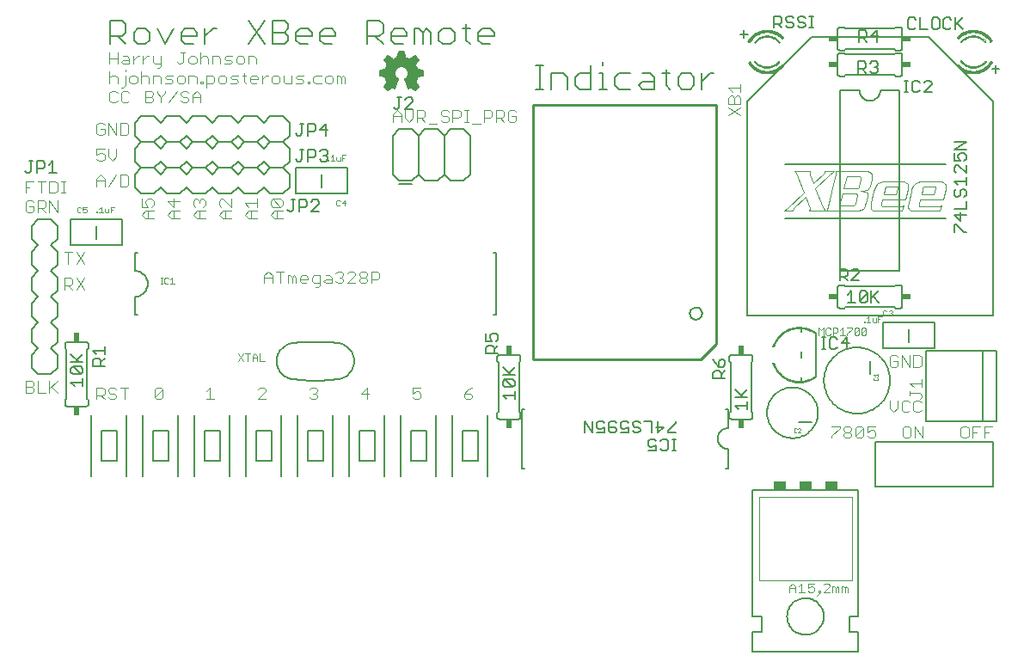
<source format=gto>
G75*
G70*
%OFA0B0*%
%FSLAX24Y24*%
%IPPOS*%
%LPD*%
%AMOC8*
5,1,8,0,0,1.08239X$1,22.5*
%
%ADD10C,0.0040*%
%ADD11C,0.0080*%
%ADD12C,0.0020*%
%ADD13C,0.0060*%
%ADD14C,0.0050*%
%ADD15R,0.0240X0.0340*%
%ADD16R,0.0500X0.0350*%
%ADD17C,0.0010*%
%ADD18R,0.0340X0.0240*%
%ADD19C,0.0100*%
D10*
X004387Y010700D02*
X004387Y011160D01*
X004617Y011160D01*
X004694Y011084D01*
X004694Y010930D01*
X004617Y010853D01*
X004387Y010853D01*
X004540Y010853D02*
X004694Y010700D01*
X004847Y010777D02*
X004924Y010700D01*
X005077Y010700D01*
X005154Y010777D01*
X005154Y010853D01*
X005077Y010930D01*
X004924Y010930D01*
X004847Y011007D01*
X004847Y011084D01*
X004924Y011160D01*
X005077Y011160D01*
X005154Y011084D01*
X005307Y011160D02*
X005614Y011160D01*
X005461Y011160D02*
X005461Y010700D01*
X006637Y010777D02*
X006944Y011084D01*
X006944Y010777D01*
X006867Y010700D01*
X006713Y010700D01*
X006637Y010777D01*
X006637Y011084D01*
X006713Y011160D01*
X006867Y011160D01*
X006944Y011084D01*
X008637Y011007D02*
X008790Y011160D01*
X008790Y010700D01*
X008637Y010700D02*
X008944Y010700D01*
X010637Y010700D02*
X010944Y011007D01*
X010944Y011084D01*
X010867Y011160D01*
X010713Y011160D01*
X010637Y011084D01*
X010637Y010700D02*
X010944Y010700D01*
X012637Y010777D02*
X012713Y010700D01*
X012867Y010700D01*
X012944Y010777D01*
X012944Y010853D01*
X012867Y010930D01*
X012790Y010930D01*
X012867Y010930D02*
X012944Y011007D01*
X012944Y011084D01*
X012867Y011160D01*
X012713Y011160D01*
X012637Y011084D01*
X014637Y010930D02*
X014944Y010930D01*
X014867Y010700D02*
X014867Y011160D01*
X014637Y010930D01*
X016637Y010930D02*
X016790Y011007D01*
X016867Y011007D01*
X016944Y010930D01*
X016944Y010777D01*
X016867Y010700D01*
X016713Y010700D01*
X016637Y010777D01*
X016637Y010930D02*
X016637Y011160D01*
X016944Y011160D01*
X018637Y010930D02*
X018637Y010777D01*
X018713Y010700D01*
X018867Y010700D01*
X018944Y010777D01*
X018944Y010853D01*
X018867Y010930D01*
X018637Y010930D01*
X018790Y011084D01*
X018944Y011160D01*
X015030Y015200D02*
X015030Y015660D01*
X015260Y015660D01*
X015337Y015584D01*
X015337Y015430D01*
X015260Y015353D01*
X015030Y015353D01*
X014877Y015353D02*
X014877Y015277D01*
X014800Y015200D01*
X014647Y015200D01*
X014570Y015277D01*
X014570Y015353D01*
X014647Y015430D01*
X014800Y015430D01*
X014877Y015353D01*
X014800Y015430D02*
X014877Y015507D01*
X014877Y015584D01*
X014800Y015660D01*
X014647Y015660D01*
X014570Y015584D01*
X014570Y015507D01*
X014647Y015430D01*
X014416Y015507D02*
X014416Y015584D01*
X014340Y015660D01*
X014186Y015660D01*
X014109Y015584D01*
X013956Y015584D02*
X013956Y015507D01*
X013879Y015430D01*
X013956Y015353D01*
X013956Y015277D01*
X013879Y015200D01*
X013726Y015200D01*
X013649Y015277D01*
X013496Y015353D02*
X013265Y015353D01*
X013189Y015277D01*
X013265Y015200D01*
X013496Y015200D01*
X013496Y015430D01*
X013419Y015507D01*
X013265Y015507D01*
X013035Y015507D02*
X012805Y015507D01*
X012728Y015430D01*
X012728Y015277D01*
X012805Y015200D01*
X013035Y015200D01*
X013035Y015123D02*
X013035Y015507D01*
X013035Y015123D02*
X012958Y015047D01*
X012882Y015047D01*
X012498Y015200D02*
X012345Y015200D01*
X012268Y015277D01*
X012268Y015430D01*
X012345Y015507D01*
X012498Y015507D01*
X012575Y015430D01*
X012575Y015353D01*
X012268Y015353D01*
X012114Y015430D02*
X012114Y015200D01*
X011961Y015200D02*
X011961Y015430D01*
X012038Y015507D01*
X012114Y015430D01*
X011961Y015430D02*
X011884Y015507D01*
X011807Y015507D01*
X011807Y015200D01*
X011501Y015200D02*
X011501Y015660D01*
X011654Y015660D02*
X011347Y015660D01*
X011194Y015507D02*
X011040Y015660D01*
X010887Y015507D01*
X010887Y015200D01*
X010887Y015430D02*
X011194Y015430D01*
X011194Y015507D02*
X011194Y015200D01*
X013649Y015584D02*
X013726Y015660D01*
X013879Y015660D01*
X013956Y015584D01*
X013879Y015430D02*
X013802Y015430D01*
X014109Y015200D02*
X014416Y015507D01*
X014416Y015200D02*
X014109Y015200D01*
X011597Y017700D02*
X011290Y017700D01*
X011136Y017853D01*
X011290Y018007D01*
X011597Y018007D01*
X011520Y018160D02*
X011213Y018160D01*
X011136Y018237D01*
X011136Y018391D01*
X011213Y018467D01*
X011520Y018160D01*
X011597Y018237D01*
X011597Y018391D01*
X011520Y018467D01*
X011213Y018467D01*
X010597Y018467D02*
X010597Y018160D01*
X010597Y018007D02*
X010290Y018007D01*
X010136Y017853D01*
X010290Y017700D01*
X010597Y017700D01*
X010366Y017700D02*
X010366Y018007D01*
X010290Y018160D02*
X010136Y018314D01*
X010597Y018314D01*
X011366Y018007D02*
X011366Y017700D01*
X009597Y017700D02*
X009290Y017700D01*
X009136Y017853D01*
X009290Y018007D01*
X009597Y018007D01*
X009597Y018160D02*
X009290Y018467D01*
X009213Y018467D01*
X009136Y018391D01*
X009136Y018237D01*
X009213Y018160D01*
X009366Y018007D02*
X009366Y017700D01*
X009597Y018160D02*
X009597Y018467D01*
X008597Y018391D02*
X008597Y018237D01*
X008520Y018160D01*
X008597Y018007D02*
X008290Y018007D01*
X008136Y017853D01*
X008290Y017700D01*
X008597Y017700D01*
X008366Y017700D02*
X008366Y018007D01*
X008213Y018160D02*
X008136Y018237D01*
X008136Y018391D01*
X008213Y018467D01*
X008290Y018467D01*
X008366Y018391D01*
X008443Y018467D01*
X008520Y018467D01*
X008597Y018391D01*
X008366Y018391D02*
X008366Y018314D01*
X007597Y018391D02*
X007136Y018391D01*
X007366Y018160D01*
X007366Y018467D01*
X007366Y018007D02*
X007366Y017700D01*
X007290Y017700D02*
X007597Y017700D01*
X007597Y018007D02*
X007290Y018007D01*
X007136Y017853D01*
X007290Y017700D01*
X006597Y017700D02*
X006290Y017700D01*
X006136Y017853D01*
X006290Y018007D01*
X006597Y018007D01*
X006520Y018160D02*
X006597Y018237D01*
X006597Y018391D01*
X006520Y018467D01*
X006366Y018467D01*
X006290Y018391D01*
X006290Y018314D01*
X006366Y018160D01*
X006136Y018160D01*
X006136Y018467D01*
X006366Y018007D02*
X006366Y017700D01*
X005538Y018950D02*
X005614Y019027D01*
X005614Y019334D01*
X005538Y019410D01*
X005307Y019410D01*
X005307Y018950D01*
X005538Y018950D01*
X005154Y019410D02*
X004847Y018950D01*
X004694Y018950D02*
X004694Y019257D01*
X004540Y019410D01*
X004387Y019257D01*
X004387Y018950D01*
X004387Y019180D02*
X004694Y019180D01*
X004617Y019950D02*
X004463Y019950D01*
X004387Y020027D01*
X004387Y020180D02*
X004540Y020257D01*
X004617Y020257D01*
X004694Y020180D01*
X004694Y020027D01*
X004617Y019950D01*
X004847Y020103D02*
X005001Y019950D01*
X005154Y020103D01*
X005154Y020410D01*
X004847Y020410D02*
X004847Y020103D01*
X004694Y020410D02*
X004387Y020410D01*
X004387Y020180D01*
X004463Y020950D02*
X004387Y021027D01*
X004387Y021334D01*
X004463Y021410D01*
X004617Y021410D01*
X004694Y021334D01*
X004694Y021180D02*
X004540Y021180D01*
X004694Y021180D02*
X004694Y021027D01*
X004617Y020950D01*
X004463Y020950D01*
X004847Y020950D02*
X004847Y021410D01*
X005154Y020950D01*
X005154Y021410D01*
X005307Y021410D02*
X005307Y020950D01*
X005538Y020950D01*
X005614Y021027D01*
X005614Y021334D01*
X005538Y021410D01*
X005307Y021410D01*
X005424Y022200D02*
X005577Y022200D01*
X005654Y022277D01*
X005424Y022200D02*
X005347Y022277D01*
X005347Y022584D01*
X005424Y022660D01*
X005577Y022660D01*
X005654Y022584D01*
X005424Y022797D02*
X005501Y022873D01*
X005501Y023257D01*
X005501Y023410D02*
X005501Y023487D01*
X005424Y023700D02*
X005347Y023777D01*
X005424Y023853D01*
X005654Y023853D01*
X005654Y023930D02*
X005654Y023700D01*
X005424Y023700D01*
X005194Y023700D02*
X005194Y024160D01*
X005194Y023930D02*
X004887Y023930D01*
X004887Y023700D02*
X004887Y024160D01*
X005424Y024007D02*
X005577Y024007D01*
X005654Y023930D01*
X005807Y023853D02*
X005961Y024007D01*
X006038Y024007D01*
X006191Y024007D02*
X006191Y023700D01*
X006191Y023853D02*
X006345Y024007D01*
X006421Y024007D01*
X006575Y024007D02*
X006575Y023777D01*
X006652Y023700D01*
X006882Y023700D01*
X006882Y023623D02*
X006805Y023547D01*
X006728Y023547D01*
X006882Y023623D02*
X006882Y024007D01*
X007496Y023777D02*
X007572Y023700D01*
X007649Y023700D01*
X007726Y023777D01*
X007726Y024160D01*
X007802Y024160D02*
X007649Y024160D01*
X007956Y023930D02*
X007956Y023777D01*
X008033Y023700D01*
X008186Y023700D01*
X008263Y023777D01*
X008263Y023930D01*
X008186Y024007D01*
X008033Y024007D01*
X007956Y023930D01*
X008416Y023930D02*
X008493Y024007D01*
X008647Y024007D01*
X008723Y023930D01*
X008723Y023700D01*
X008877Y023700D02*
X008877Y024007D01*
X009107Y024007D01*
X009184Y023930D01*
X009184Y023700D01*
X009337Y023700D02*
X009567Y023700D01*
X009644Y023777D01*
X009567Y023853D01*
X009414Y023853D01*
X009337Y023930D01*
X009414Y024007D01*
X009644Y024007D01*
X009798Y023930D02*
X009798Y023777D01*
X009874Y023700D01*
X010028Y023700D01*
X010104Y023777D01*
X010104Y023930D01*
X010028Y024007D01*
X009874Y024007D01*
X009798Y023930D01*
X010258Y024007D02*
X010258Y023700D01*
X010565Y023700D02*
X010565Y023930D01*
X010488Y024007D01*
X010258Y024007D01*
X010104Y023334D02*
X010104Y023027D01*
X010181Y022950D01*
X010335Y023027D02*
X010411Y022950D01*
X010565Y022950D01*
X010642Y023103D02*
X010335Y023103D01*
X010335Y023027D02*
X010335Y023180D01*
X010411Y023257D01*
X010565Y023257D01*
X010642Y023180D01*
X010642Y023103D01*
X010795Y023103D02*
X010948Y023257D01*
X011025Y023257D01*
X011179Y023180D02*
X011179Y023027D01*
X011255Y022950D01*
X011409Y022950D01*
X011486Y023027D01*
X011486Y023180D01*
X011409Y023257D01*
X011255Y023257D01*
X011179Y023180D01*
X010795Y023257D02*
X010795Y022950D01*
X010181Y023257D02*
X010028Y023257D01*
X009874Y023257D02*
X009644Y023257D01*
X009567Y023180D01*
X009644Y023103D01*
X009798Y023103D01*
X009874Y023027D01*
X009798Y022950D01*
X009567Y022950D01*
X009414Y023027D02*
X009337Y022950D01*
X009184Y022950D01*
X009107Y023027D01*
X009107Y023180D01*
X009184Y023257D01*
X009337Y023257D01*
X009414Y023180D01*
X009414Y023027D01*
X008953Y023027D02*
X008877Y022950D01*
X008647Y022950D01*
X008647Y022797D02*
X008647Y023257D01*
X008877Y023257D01*
X008953Y023180D01*
X008953Y023027D01*
X008493Y023027D02*
X008493Y022950D01*
X008416Y022950D01*
X008416Y023027D01*
X008493Y023027D01*
X008263Y022950D02*
X008263Y023180D01*
X008186Y023257D01*
X007956Y023257D01*
X007956Y022950D01*
X007802Y023027D02*
X007726Y022950D01*
X007572Y022950D01*
X007496Y023027D01*
X007496Y023180D01*
X007572Y023257D01*
X007726Y023257D01*
X007802Y023180D01*
X007802Y023027D01*
X007342Y023027D02*
X007265Y023103D01*
X007112Y023103D01*
X007035Y023180D01*
X007112Y023257D01*
X007342Y023257D01*
X007342Y023027D02*
X007265Y022950D01*
X007035Y022950D01*
X006882Y022950D02*
X006882Y023180D01*
X006805Y023257D01*
X006575Y023257D01*
X006575Y022950D01*
X006421Y022950D02*
X006421Y023180D01*
X006345Y023257D01*
X006191Y023257D01*
X006114Y023180D01*
X005961Y023180D02*
X005884Y023257D01*
X005731Y023257D01*
X005654Y023180D01*
X005654Y023027D01*
X005731Y022950D01*
X005884Y022950D01*
X005961Y023027D01*
X005961Y023180D01*
X006114Y023410D02*
X006114Y022950D01*
X006268Y022660D02*
X006498Y022660D01*
X006575Y022584D01*
X006575Y022507D01*
X006498Y022430D01*
X006268Y022430D01*
X006268Y022200D02*
X006498Y022200D01*
X006575Y022277D01*
X006575Y022353D01*
X006498Y022430D01*
X006728Y022584D02*
X006882Y022430D01*
X006882Y022200D01*
X006882Y022430D02*
X007035Y022584D01*
X007035Y022660D01*
X006728Y022660D02*
X006728Y022584D01*
X006268Y022660D02*
X006268Y022200D01*
X007189Y022200D02*
X007496Y022660D01*
X007649Y022584D02*
X007649Y022507D01*
X007726Y022430D01*
X007879Y022430D01*
X007956Y022353D01*
X007956Y022277D01*
X007879Y022200D01*
X007726Y022200D01*
X007649Y022277D01*
X007649Y022584D02*
X007726Y022660D01*
X007879Y022660D01*
X007956Y022584D01*
X008109Y022507D02*
X008263Y022660D01*
X008416Y022507D01*
X008416Y022200D01*
X008416Y022430D02*
X008109Y022430D01*
X008109Y022507D02*
X008109Y022200D01*
X008416Y023700D02*
X008416Y024160D01*
X005807Y024007D02*
X005807Y023700D01*
X005194Y023180D02*
X005194Y022950D01*
X005347Y022797D02*
X005424Y022797D01*
X005194Y022584D02*
X005117Y022660D01*
X004963Y022660D01*
X004887Y022584D01*
X004887Y022277D01*
X004963Y022200D01*
X005117Y022200D01*
X005194Y022277D01*
X004887Y022950D02*
X004887Y023410D01*
X004963Y023257D02*
X005117Y023257D01*
X005194Y023180D01*
X004963Y023257D02*
X004887Y023180D01*
X003171Y019160D02*
X003018Y019160D01*
X003095Y019160D02*
X003095Y018700D01*
X003171Y018700D02*
X003018Y018700D01*
X002864Y018777D02*
X002864Y019084D01*
X002788Y019160D01*
X002557Y019160D01*
X002557Y018700D01*
X002788Y018700D01*
X002864Y018777D01*
X002864Y018410D02*
X002864Y017950D01*
X002557Y018410D01*
X002557Y017950D01*
X002404Y017950D02*
X002251Y018103D01*
X002327Y018103D02*
X002097Y018103D01*
X002097Y017950D02*
X002097Y018410D01*
X002327Y018410D01*
X002404Y018334D01*
X002404Y018180D01*
X002327Y018103D01*
X001944Y018027D02*
X001944Y018180D01*
X001790Y018180D01*
X001637Y018027D02*
X001637Y018334D01*
X001713Y018410D01*
X001867Y018410D01*
X001944Y018334D01*
X001944Y018027D02*
X001867Y017950D01*
X001713Y017950D01*
X001637Y018027D01*
X001637Y018700D02*
X001637Y019160D01*
X001944Y019160D01*
X002097Y019160D02*
X002404Y019160D01*
X002251Y019160D02*
X002251Y018700D01*
X001790Y018930D02*
X001637Y018930D01*
X003137Y016410D02*
X003444Y016410D01*
X003597Y016410D02*
X003904Y015950D01*
X003597Y015950D02*
X003904Y016410D01*
X003290Y016410D02*
X003290Y015950D01*
X003367Y015410D02*
X003137Y015410D01*
X003137Y014950D01*
X003137Y015103D02*
X003367Y015103D01*
X003444Y015180D01*
X003444Y015334D01*
X003367Y015410D01*
X003597Y015410D02*
X003904Y014950D01*
X003597Y014950D02*
X003904Y015410D01*
X003444Y014950D02*
X003290Y015103D01*
X002864Y011410D02*
X002557Y011103D01*
X002634Y011180D02*
X002864Y010950D01*
X002557Y010950D02*
X002557Y011410D01*
X002097Y011410D02*
X002097Y010950D01*
X002404Y010950D01*
X001944Y011027D02*
X001867Y010950D01*
X001637Y010950D01*
X001637Y011410D01*
X001867Y011410D01*
X001944Y011334D01*
X001944Y011257D01*
X001867Y011180D01*
X001637Y011180D01*
X001867Y011180D02*
X001944Y011103D01*
X001944Y011027D01*
X015887Y021450D02*
X015887Y021757D01*
X016040Y021910D01*
X016194Y021757D01*
X016194Y021450D01*
X016347Y021603D02*
X016501Y021450D01*
X016654Y021603D01*
X016654Y021910D01*
X016807Y021910D02*
X017038Y021910D01*
X017114Y021834D01*
X017114Y021680D01*
X017038Y021603D01*
X016807Y021603D01*
X016807Y021450D02*
X016807Y021910D01*
X016961Y021603D02*
X017114Y021450D01*
X017268Y021373D02*
X017575Y021373D01*
X017728Y021527D02*
X017805Y021450D01*
X017958Y021450D01*
X018035Y021527D01*
X018035Y021603D01*
X017958Y021680D01*
X017805Y021680D01*
X017728Y021757D01*
X017728Y021834D01*
X017805Y021910D01*
X017958Y021910D01*
X018035Y021834D01*
X018189Y021910D02*
X018419Y021910D01*
X018496Y021834D01*
X018496Y021680D01*
X018419Y021603D01*
X018189Y021603D01*
X018189Y021450D02*
X018189Y021910D01*
X018649Y021910D02*
X018802Y021910D01*
X018726Y021910D02*
X018726Y021450D01*
X018802Y021450D02*
X018649Y021450D01*
X018956Y021373D02*
X019263Y021373D01*
X019416Y021450D02*
X019416Y021910D01*
X019647Y021910D01*
X019723Y021834D01*
X019723Y021680D01*
X019647Y021603D01*
X019416Y021603D01*
X019877Y021603D02*
X020107Y021603D01*
X020184Y021680D01*
X020184Y021834D01*
X020107Y021910D01*
X019877Y021910D01*
X019877Y021450D01*
X020030Y021603D02*
X020184Y021450D01*
X020337Y021527D02*
X020414Y021450D01*
X020567Y021450D01*
X020644Y021527D01*
X020644Y021680D01*
X020491Y021680D01*
X020644Y021834D02*
X020567Y021910D01*
X020414Y021910D01*
X020337Y021834D01*
X020337Y021527D01*
X016347Y021603D02*
X016347Y021910D01*
X016194Y021680D02*
X015887Y021680D01*
X014018Y022950D02*
X014018Y023180D01*
X013941Y023257D01*
X013864Y023180D01*
X013864Y022950D01*
X013711Y022950D02*
X013711Y023257D01*
X013788Y023257D01*
X013864Y023180D01*
X013557Y023180D02*
X013481Y023257D01*
X013327Y023257D01*
X013250Y023180D01*
X013250Y023027D01*
X013327Y022950D01*
X013481Y022950D01*
X013557Y023027D01*
X013557Y023180D01*
X013097Y023257D02*
X012867Y023257D01*
X012790Y023180D01*
X012790Y023027D01*
X012867Y022950D01*
X013097Y022950D01*
X012637Y022950D02*
X012637Y023027D01*
X012560Y023027D01*
X012560Y022950D01*
X012637Y022950D01*
X012406Y023027D02*
X012330Y023103D01*
X012176Y023103D01*
X012099Y023180D01*
X012176Y023257D01*
X012406Y023257D01*
X012406Y023027D02*
X012330Y022950D01*
X012099Y022950D01*
X011946Y022950D02*
X011946Y023257D01*
X011639Y023257D02*
X011639Y023027D01*
X011716Y022950D01*
X011946Y022950D01*
X028886Y022774D02*
X029040Y022621D01*
X029040Y022467D02*
X029116Y022391D01*
X029116Y022160D01*
X028886Y022160D02*
X028886Y022391D01*
X028963Y022467D01*
X029040Y022467D01*
X029116Y022391D02*
X029193Y022467D01*
X029270Y022467D01*
X029347Y022391D01*
X029347Y022160D01*
X028886Y022160D01*
X028886Y022007D02*
X029347Y021700D01*
X029347Y022007D02*
X028886Y021700D01*
X029347Y022621D02*
X029347Y022928D01*
X029347Y022774D02*
X028886Y022774D01*
X031450Y019535D02*
X031510Y019475D01*
X031823Y018713D01*
X031187Y018115D01*
X031050Y018017D01*
X031373Y018017D01*
X031423Y018104D01*
X031878Y018548D01*
X032053Y018115D01*
X032053Y018077D01*
X032020Y018017D01*
X033923Y018017D01*
X034027Y018050D01*
X034093Y018082D01*
X034175Y018176D01*
X034186Y018241D01*
X034224Y018302D01*
X034284Y018543D01*
X034284Y018691D01*
X034279Y018702D01*
X034164Y018757D01*
X034005Y018779D01*
X034114Y018779D01*
X034202Y018801D01*
X034268Y018828D01*
X034350Y018910D01*
X034372Y018965D01*
X034438Y019239D01*
X034454Y019283D01*
X034454Y019376D01*
X034432Y019431D01*
X034400Y019491D01*
X034356Y019519D01*
X034290Y019535D01*
X033045Y019535D01*
X033045Y019426D01*
X033023Y019327D01*
X032881Y018746D01*
X032804Y018433D01*
X032738Y018187D01*
X032695Y018055D01*
X032662Y018022D01*
X032645Y018022D01*
X032557Y018143D01*
X032250Y018899D01*
X032766Y019382D01*
X032843Y019448D01*
X032897Y019486D01*
X032969Y019535D01*
X032623Y019535D01*
X032618Y019513D01*
X032601Y019480D01*
X032579Y019453D01*
X032190Y019069D01*
X032053Y019415D01*
X032053Y019442D01*
X032037Y019469D01*
X032053Y019502D01*
X032053Y019535D01*
X031450Y019535D01*
X033347Y018883D02*
X033462Y019349D01*
X033966Y019349D01*
X034016Y019321D01*
X034021Y019234D01*
X033945Y018943D01*
X033928Y018905D01*
X033895Y018883D01*
X033347Y018883D01*
X033309Y018685D02*
X033182Y018203D01*
X033714Y018203D01*
X033736Y018214D01*
X033775Y018258D01*
X033796Y018291D01*
X033879Y018614D01*
X033879Y018631D01*
X033851Y018669D01*
X033807Y018685D01*
X033309Y018685D01*
X034405Y018302D02*
X034515Y018790D01*
X034531Y018850D01*
X034597Y018981D01*
X034646Y019053D01*
X034734Y019108D01*
X034800Y019130D01*
X034833Y019135D01*
X035693Y019135D01*
X035754Y019113D01*
X035825Y019058D01*
X035847Y019036D01*
X035847Y018844D01*
X035754Y018466D01*
X034855Y018466D01*
X034811Y018280D01*
X034800Y018247D01*
X034805Y018209D01*
X034827Y018192D01*
X035617Y018192D01*
X035688Y018203D01*
X035611Y018017D01*
X034526Y018017D01*
X034482Y018028D01*
X034438Y018060D01*
X034410Y018099D01*
X034394Y018159D01*
X034394Y018214D01*
X034405Y018302D01*
X034904Y018642D02*
X034909Y018636D01*
X035381Y018636D01*
X035441Y018872D01*
X035441Y018943D01*
X035425Y018960D01*
X035403Y018965D01*
X035014Y018965D01*
X034981Y018949D01*
X034959Y018910D01*
X034942Y018866D01*
X034904Y018642D01*
X035863Y018302D02*
X035973Y018790D01*
X035989Y018850D01*
X036055Y018981D01*
X036105Y019053D01*
X036192Y019108D01*
X036258Y019130D01*
X036291Y019135D01*
X037152Y019135D01*
X037212Y019113D01*
X037283Y019058D01*
X037305Y019036D01*
X037305Y018844D01*
X037212Y018466D01*
X036313Y018466D01*
X036269Y018280D01*
X036258Y018247D01*
X036263Y018209D01*
X036285Y018192D01*
X037075Y018192D01*
X037146Y018203D01*
X037069Y018017D01*
X035984Y018017D01*
X035940Y018028D01*
X035896Y018060D01*
X035869Y018099D01*
X035852Y018159D01*
X035852Y018214D01*
X035863Y018302D01*
X036362Y018642D02*
X036368Y018636D01*
X036839Y018636D01*
X036899Y018872D01*
X036899Y018943D01*
X036883Y018960D01*
X036861Y018965D01*
X036472Y018965D01*
X036439Y018949D01*
X036417Y018910D01*
X036401Y018866D01*
X036362Y018642D01*
X036288Y012410D02*
X036057Y012410D01*
X036057Y011950D01*
X036288Y011950D01*
X036364Y012027D01*
X036364Y012334D01*
X036288Y012410D01*
X035904Y012410D02*
X035904Y011950D01*
X035597Y012410D01*
X035597Y011950D01*
X035444Y012027D02*
X035444Y012180D01*
X035290Y012180D01*
X035137Y012027D02*
X035213Y011950D01*
X035367Y011950D01*
X035444Y012027D01*
X035444Y012334D02*
X035367Y012410D01*
X035213Y012410D01*
X035137Y012334D01*
X035137Y012027D01*
X035918Y011324D02*
X036378Y011324D01*
X036378Y011171D02*
X036378Y011478D01*
X036071Y011171D02*
X035918Y011324D01*
X035918Y011017D02*
X035918Y010864D01*
X035918Y010941D02*
X036301Y010941D01*
X036378Y010864D01*
X036378Y010787D01*
X036301Y010710D01*
X036288Y010660D02*
X036134Y010660D01*
X036057Y010584D01*
X036057Y010277D01*
X036134Y010200D01*
X036288Y010200D01*
X036364Y010277D01*
X036364Y010584D02*
X036288Y010660D01*
X035904Y010584D02*
X035827Y010660D01*
X035674Y010660D01*
X035597Y010584D01*
X035597Y010277D01*
X035674Y010200D01*
X035827Y010200D01*
X035904Y010277D01*
X035444Y010353D02*
X035444Y010660D01*
X035444Y010353D02*
X035290Y010200D01*
X035137Y010353D01*
X035137Y010660D01*
X034575Y009660D02*
X034268Y009660D01*
X034268Y009430D01*
X034421Y009507D01*
X034498Y009507D01*
X034575Y009430D01*
X034575Y009277D01*
X034498Y009200D01*
X034345Y009200D01*
X034268Y009277D01*
X034114Y009277D02*
X034038Y009200D01*
X033884Y009200D01*
X033807Y009277D01*
X034114Y009584D01*
X034114Y009277D01*
X033807Y009277D02*
X033807Y009584D01*
X033884Y009660D01*
X034038Y009660D01*
X034114Y009584D01*
X033654Y009584D02*
X033654Y009507D01*
X033577Y009430D01*
X033424Y009430D01*
X033347Y009507D01*
X033347Y009584D01*
X033424Y009660D01*
X033577Y009660D01*
X033654Y009584D01*
X033577Y009430D02*
X033654Y009353D01*
X033654Y009277D01*
X033577Y009200D01*
X033424Y009200D01*
X033347Y009277D01*
X033347Y009353D01*
X033424Y009430D01*
X033194Y009584D02*
X032887Y009277D01*
X032887Y009200D01*
X032887Y009660D02*
X033194Y009660D01*
X033194Y009584D01*
X035637Y009584D02*
X035637Y009277D01*
X035713Y009200D01*
X035867Y009200D01*
X035944Y009277D01*
X035944Y009584D01*
X035867Y009660D01*
X035713Y009660D01*
X035637Y009584D01*
X036097Y009660D02*
X036404Y009200D01*
X036404Y009660D01*
X036097Y009660D02*
X036097Y009200D01*
X037887Y009277D02*
X037963Y009200D01*
X038117Y009200D01*
X038194Y009277D01*
X038194Y009584D01*
X038117Y009660D01*
X037963Y009660D01*
X037887Y009584D01*
X037887Y009277D01*
X038347Y009200D02*
X038347Y009660D01*
X038654Y009660D01*
X038807Y009660D02*
X039114Y009660D01*
X038961Y009430D02*
X038807Y009430D01*
X038807Y009200D02*
X038807Y009660D01*
X038501Y009430D02*
X038347Y009430D01*
X033453Y003444D02*
X033511Y003385D01*
X033511Y003210D01*
X033394Y003210D02*
X033394Y003385D01*
X033453Y003444D01*
X033394Y003385D02*
X033336Y003444D01*
X033278Y003444D01*
X033278Y003210D01*
X033152Y003210D02*
X033152Y003385D01*
X033094Y003444D01*
X033035Y003385D01*
X033035Y003210D01*
X032918Y003210D02*
X032918Y003444D01*
X032977Y003444D01*
X033035Y003385D01*
X032793Y003444D02*
X032559Y003210D01*
X032793Y003210D01*
X032793Y003444D02*
X032793Y003502D01*
X032734Y003560D01*
X032618Y003560D01*
X032559Y003502D01*
X032437Y003268D02*
X032378Y003268D01*
X032378Y003210D01*
X032437Y003210D01*
X032437Y003268D01*
X032437Y003210D02*
X032320Y003093D01*
X032194Y003268D02*
X032136Y003210D01*
X032019Y003210D01*
X031961Y003268D01*
X031961Y003385D02*
X032078Y003444D01*
X032136Y003444D01*
X032194Y003385D01*
X032194Y003268D01*
X031961Y003385D02*
X031961Y003560D01*
X032194Y003560D01*
X031718Y003560D02*
X031718Y003210D01*
X031602Y003210D02*
X031835Y003210D01*
X031602Y003444D02*
X031718Y003560D01*
X031476Y003444D02*
X031476Y003210D01*
X031476Y003385D02*
X031243Y003385D01*
X031243Y003444D02*
X031359Y003560D01*
X031476Y003444D01*
X031243Y003444D02*
X031243Y003210D01*
D11*
X034577Y007324D02*
X039156Y007324D01*
X039156Y009036D01*
X034577Y009036D01*
X034577Y007324D01*
X032121Y009818D02*
X031621Y009818D01*
X030383Y010180D02*
X030385Y010242D01*
X030391Y010305D01*
X030401Y010366D01*
X030415Y010427D01*
X030432Y010487D01*
X030453Y010546D01*
X030479Y010603D01*
X030507Y010658D01*
X030539Y010712D01*
X030575Y010763D01*
X030613Y010813D01*
X030655Y010859D01*
X030699Y010903D01*
X030747Y010944D01*
X030796Y010982D01*
X030848Y011016D01*
X030902Y011047D01*
X030958Y011075D01*
X031016Y011099D01*
X031075Y011120D01*
X031135Y011136D01*
X031196Y011149D01*
X031258Y011158D01*
X031320Y011163D01*
X031383Y011164D01*
X031445Y011161D01*
X031507Y011154D01*
X031569Y011143D01*
X031629Y011128D01*
X031689Y011110D01*
X031747Y011088D01*
X031804Y011062D01*
X031859Y011032D01*
X031912Y010999D01*
X031963Y010963D01*
X032011Y010924D01*
X032057Y010881D01*
X032100Y010836D01*
X032140Y010788D01*
X032177Y010738D01*
X032211Y010685D01*
X032242Y010631D01*
X032268Y010575D01*
X032292Y010517D01*
X032311Y010457D01*
X032327Y010397D01*
X032339Y010335D01*
X032347Y010274D01*
X032351Y010211D01*
X032351Y010149D01*
X032347Y010086D01*
X032339Y010025D01*
X032327Y009963D01*
X032311Y009903D01*
X032292Y009843D01*
X032268Y009785D01*
X032242Y009729D01*
X032211Y009675D01*
X032177Y009622D01*
X032140Y009572D01*
X032100Y009524D01*
X032057Y009479D01*
X032011Y009436D01*
X031963Y009397D01*
X031912Y009361D01*
X031859Y009328D01*
X031804Y009298D01*
X031747Y009272D01*
X031689Y009250D01*
X031629Y009232D01*
X031569Y009217D01*
X031507Y009206D01*
X031445Y009199D01*
X031383Y009196D01*
X031320Y009197D01*
X031258Y009202D01*
X031196Y009211D01*
X031135Y009224D01*
X031075Y009240D01*
X031016Y009261D01*
X030958Y009285D01*
X030902Y009313D01*
X030848Y009344D01*
X030796Y009378D01*
X030747Y009416D01*
X030699Y009457D01*
X030655Y009501D01*
X030613Y009547D01*
X030575Y009597D01*
X030539Y009648D01*
X030507Y009702D01*
X030479Y009757D01*
X030453Y009814D01*
X030432Y009873D01*
X030415Y009933D01*
X030401Y009994D01*
X030391Y010055D01*
X030385Y010118D01*
X030383Y010180D01*
X028867Y010330D02*
X028867Y009580D01*
X028828Y009578D01*
X028789Y009572D01*
X028751Y009563D01*
X028714Y009550D01*
X028678Y009533D01*
X028645Y009513D01*
X028613Y009489D01*
X028584Y009463D01*
X028558Y009434D01*
X028534Y009402D01*
X028514Y009369D01*
X028497Y009333D01*
X028484Y009296D01*
X028475Y009258D01*
X028469Y009219D01*
X028467Y009180D01*
X028469Y009141D01*
X028475Y009102D01*
X028484Y009064D01*
X028497Y009027D01*
X028514Y008991D01*
X028534Y008958D01*
X028558Y008926D01*
X028584Y008897D01*
X028613Y008871D01*
X028645Y008847D01*
X028678Y008827D01*
X028714Y008810D01*
X028751Y008797D01*
X028789Y008788D01*
X028828Y008782D01*
X028867Y008780D01*
X028867Y008030D01*
X028767Y008030D01*
X028767Y010330D02*
X028867Y010330D01*
X032587Y011430D02*
X032589Y011501D01*
X032595Y011572D01*
X032605Y011643D01*
X032619Y011712D01*
X032636Y011781D01*
X032658Y011849D01*
X032683Y011916D01*
X032712Y011981D01*
X032744Y012044D01*
X032780Y012106D01*
X032819Y012165D01*
X032862Y012222D01*
X032907Y012277D01*
X032956Y012329D01*
X033007Y012378D01*
X033061Y012424D01*
X033118Y012468D01*
X033176Y012508D01*
X033237Y012544D01*
X033300Y012578D01*
X033365Y012607D01*
X033431Y012633D01*
X033499Y012656D01*
X033567Y012674D01*
X033637Y012689D01*
X033707Y012700D01*
X033778Y012707D01*
X033849Y012710D01*
X033920Y012709D01*
X033991Y012704D01*
X034062Y012695D01*
X034132Y012682D01*
X034201Y012666D01*
X034269Y012645D01*
X034336Y012621D01*
X034402Y012593D01*
X034465Y012561D01*
X034527Y012526D01*
X034587Y012488D01*
X034645Y012446D01*
X034700Y012402D01*
X034753Y012354D01*
X034803Y012303D01*
X034850Y012250D01*
X034894Y012194D01*
X034935Y012136D01*
X034973Y012075D01*
X035007Y012013D01*
X035037Y011948D01*
X035064Y011883D01*
X035088Y011815D01*
X035107Y011747D01*
X035123Y011678D01*
X035135Y011607D01*
X035143Y011537D01*
X035147Y011466D01*
X035147Y011394D01*
X035143Y011323D01*
X035135Y011253D01*
X035123Y011182D01*
X035107Y011113D01*
X035088Y011045D01*
X035064Y010977D01*
X035037Y010912D01*
X035007Y010847D01*
X034973Y010785D01*
X034935Y010724D01*
X034894Y010666D01*
X034850Y010610D01*
X034803Y010557D01*
X034753Y010506D01*
X034700Y010458D01*
X034645Y010414D01*
X034587Y010372D01*
X034527Y010334D01*
X034465Y010299D01*
X034402Y010267D01*
X034336Y010239D01*
X034269Y010215D01*
X034201Y010194D01*
X034132Y010178D01*
X034062Y010165D01*
X033991Y010156D01*
X033920Y010151D01*
X033849Y010150D01*
X033778Y010153D01*
X033707Y010160D01*
X033637Y010171D01*
X033567Y010186D01*
X033499Y010204D01*
X033431Y010227D01*
X033365Y010253D01*
X033300Y010282D01*
X033237Y010316D01*
X033176Y010352D01*
X033118Y010392D01*
X033061Y010436D01*
X033007Y010482D01*
X032956Y010531D01*
X032907Y010583D01*
X032862Y010638D01*
X032819Y010695D01*
X032780Y010754D01*
X032744Y010816D01*
X032712Y010879D01*
X032683Y010944D01*
X032658Y011011D01*
X032636Y011079D01*
X032619Y011148D01*
X032605Y011217D01*
X032595Y011288D01*
X032589Y011359D01*
X032587Y011430D01*
X034367Y011680D02*
X034367Y012180D01*
X034867Y012680D02*
X034867Y013680D01*
X036867Y013680D01*
X036867Y012680D01*
X034867Y012680D01*
X035867Y012930D02*
X035867Y013430D01*
X039130Y013965D02*
X029603Y013965D01*
X029603Y022263D01*
X032093Y024753D01*
X036640Y024753D01*
X039130Y022263D01*
X039130Y013965D01*
X027387Y014030D02*
X027389Y014060D01*
X027395Y014090D01*
X027404Y014119D01*
X027417Y014146D01*
X027434Y014171D01*
X027453Y014194D01*
X027476Y014215D01*
X027501Y014232D01*
X027527Y014246D01*
X027556Y014256D01*
X027585Y014263D01*
X027615Y014266D01*
X027646Y014265D01*
X027676Y014260D01*
X027705Y014251D01*
X027732Y014239D01*
X027758Y014224D01*
X027782Y014205D01*
X027803Y014183D01*
X027821Y014159D01*
X027836Y014132D01*
X027847Y014104D01*
X027855Y014075D01*
X027859Y014045D01*
X027859Y014015D01*
X027855Y013985D01*
X027847Y013956D01*
X027836Y013928D01*
X027821Y013901D01*
X027803Y013877D01*
X027782Y013855D01*
X027758Y013836D01*
X027732Y013821D01*
X027705Y013809D01*
X027676Y013800D01*
X027646Y013795D01*
X027615Y013794D01*
X027585Y013797D01*
X027556Y013804D01*
X027527Y013814D01*
X027501Y013828D01*
X027476Y013845D01*
X027453Y013866D01*
X027434Y013889D01*
X027417Y013914D01*
X027404Y013941D01*
X027395Y013970D01*
X027389Y014000D01*
X027387Y014030D01*
X020967Y010330D02*
X020867Y010330D01*
X020867Y008030D01*
X020967Y008030D01*
X013766Y011480D02*
X013818Y011490D01*
X013869Y011504D01*
X013919Y011522D01*
X013967Y011543D01*
X014014Y011568D01*
X014058Y011596D01*
X014101Y011628D01*
X014141Y011662D01*
X014178Y011700D01*
X014212Y011740D01*
X014244Y011782D01*
X014272Y011827D01*
X014296Y011874D01*
X014317Y011922D01*
X014335Y011972D01*
X014348Y012023D01*
X014358Y012075D01*
X014364Y012127D01*
X014366Y012180D01*
X014364Y012233D01*
X014358Y012285D01*
X014348Y012337D01*
X014335Y012388D01*
X014317Y012438D01*
X014296Y012486D01*
X014272Y012533D01*
X014244Y012578D01*
X014212Y012620D01*
X014178Y012660D01*
X014141Y012698D01*
X014101Y012732D01*
X014058Y012764D01*
X014014Y012792D01*
X013967Y012817D01*
X013919Y012838D01*
X013869Y012856D01*
X013818Y012870D01*
X013766Y012880D01*
X011967Y012880D02*
X011915Y012870D01*
X011864Y012856D01*
X011814Y012838D01*
X011766Y012817D01*
X011719Y012792D01*
X011675Y012764D01*
X011632Y012732D01*
X011592Y012698D01*
X011555Y012660D01*
X011521Y012620D01*
X011489Y012578D01*
X011461Y012533D01*
X011437Y012486D01*
X011416Y012438D01*
X011398Y012388D01*
X011385Y012337D01*
X011375Y012285D01*
X011369Y012233D01*
X011367Y012180D01*
X011369Y012127D01*
X011375Y012075D01*
X011385Y012023D01*
X011398Y011972D01*
X011416Y011922D01*
X011437Y011874D01*
X011461Y011827D01*
X011489Y011782D01*
X011521Y011740D01*
X011555Y011700D01*
X011592Y011662D01*
X011632Y011628D01*
X011675Y011596D01*
X011719Y011568D01*
X011766Y011543D01*
X011814Y011522D01*
X011864Y011504D01*
X011915Y011490D01*
X011967Y011480D01*
X005967Y013980D02*
X005867Y013980D01*
X005867Y014680D01*
X005911Y014682D01*
X005954Y014688D01*
X005996Y014697D01*
X006038Y014710D01*
X006078Y014727D01*
X006117Y014747D01*
X006154Y014770D01*
X006188Y014797D01*
X006221Y014826D01*
X006250Y014859D01*
X006277Y014893D01*
X006300Y014930D01*
X006320Y014969D01*
X006337Y015009D01*
X006350Y015051D01*
X006359Y015093D01*
X006365Y015136D01*
X006367Y015180D01*
X006365Y015224D01*
X006359Y015267D01*
X006350Y015309D01*
X006337Y015351D01*
X006320Y015391D01*
X006300Y015430D01*
X006277Y015467D01*
X006250Y015501D01*
X006221Y015534D01*
X006188Y015563D01*
X006154Y015590D01*
X006117Y015613D01*
X006078Y015633D01*
X006038Y015650D01*
X005996Y015663D01*
X005954Y015672D01*
X005911Y015678D01*
X005867Y015680D01*
X005867Y016380D01*
X005967Y016380D01*
X005367Y016680D02*
X003367Y016680D01*
X003367Y017680D01*
X005367Y017680D01*
X005367Y016680D01*
X004367Y016930D02*
X004367Y017430D01*
X002867Y017430D02*
X002867Y016930D01*
X002617Y016680D01*
X002867Y016430D01*
X002867Y015930D01*
X002617Y015680D01*
X002867Y015430D01*
X002867Y014930D01*
X002617Y014680D01*
X002867Y014430D01*
X002867Y013930D01*
X002617Y013680D01*
X002867Y013430D01*
X002867Y012930D01*
X002617Y012680D01*
X002867Y012430D01*
X002867Y011930D01*
X002617Y011680D01*
X002117Y011680D01*
X001867Y011930D01*
X001867Y012430D01*
X002117Y012680D01*
X001867Y012930D01*
X001867Y013430D01*
X002117Y013680D01*
X001867Y013930D01*
X001867Y014430D01*
X002117Y014680D01*
X001867Y014930D01*
X001867Y015430D01*
X002117Y015680D01*
X001867Y015930D01*
X001867Y016430D01*
X002117Y016680D01*
X001867Y016930D01*
X001867Y017430D01*
X002117Y017680D01*
X002617Y017680D01*
X002867Y017430D01*
X005867Y018930D02*
X005867Y019430D01*
X006117Y019680D01*
X006617Y019680D01*
X006867Y019930D01*
X007117Y019680D01*
X007617Y019680D01*
X007867Y019930D01*
X008117Y019680D01*
X008617Y019680D01*
X008867Y019930D01*
X009117Y019680D01*
X009617Y019680D01*
X009867Y019930D01*
X010117Y019680D01*
X010617Y019680D01*
X010867Y019930D01*
X011117Y019680D01*
X011617Y019680D01*
X011867Y019930D01*
X011867Y020430D01*
X011617Y020680D01*
X011117Y020680D01*
X010867Y020930D01*
X010617Y020680D01*
X010117Y020680D01*
X009867Y020930D01*
X009617Y020680D01*
X009117Y020680D01*
X008867Y020930D01*
X008617Y020680D01*
X008117Y020680D01*
X007867Y020930D01*
X007617Y020680D01*
X007117Y020680D01*
X006867Y020930D01*
X006617Y020680D01*
X006117Y020680D01*
X005867Y020930D01*
X005867Y021430D01*
X006117Y021680D01*
X006617Y021680D01*
X006867Y021430D01*
X007117Y021680D01*
X007617Y021680D01*
X007867Y021430D01*
X008117Y021680D01*
X008617Y021680D01*
X008867Y021430D01*
X009117Y021680D01*
X009617Y021680D01*
X009867Y021430D01*
X010117Y021680D01*
X010617Y021680D01*
X010867Y021430D01*
X011117Y021680D01*
X011617Y021680D01*
X011867Y021430D01*
X011867Y020930D01*
X011617Y020680D01*
X011117Y020680D01*
X010867Y020430D01*
X010617Y020680D01*
X010117Y020680D01*
X009867Y020430D01*
X009617Y020680D01*
X009117Y020680D01*
X008867Y020430D01*
X008617Y020680D01*
X008117Y020680D01*
X007867Y020430D01*
X007617Y020680D01*
X007117Y020680D01*
X006867Y020430D01*
X006617Y020680D01*
X006117Y020680D01*
X005867Y020430D01*
X005867Y019930D01*
X006117Y019680D01*
X006617Y019680D01*
X006867Y019430D01*
X007117Y019680D01*
X007617Y019680D01*
X007867Y019430D01*
X008117Y019680D01*
X008617Y019680D01*
X008867Y019430D01*
X009117Y019680D01*
X009617Y019680D01*
X009867Y019430D01*
X010117Y019680D01*
X010617Y019680D01*
X010867Y019430D01*
X011117Y019680D01*
X011617Y019680D01*
X011867Y019430D01*
X011867Y018930D01*
X011617Y018680D01*
X011117Y018680D01*
X010867Y018930D01*
X010617Y018680D01*
X010117Y018680D01*
X009867Y018930D01*
X009617Y018680D01*
X009117Y018680D01*
X008867Y018930D01*
X008617Y018680D01*
X008117Y018680D01*
X007867Y018930D01*
X007617Y018680D01*
X007117Y018680D01*
X006867Y018930D01*
X006617Y018680D01*
X006117Y018680D01*
X005867Y018930D01*
X012117Y018680D02*
X012117Y019680D01*
X014117Y019680D01*
X014117Y018680D01*
X012117Y018680D01*
X013117Y018930D02*
X013117Y019430D01*
X013767Y011480D02*
X013408Y011448D01*
X013047Y011432D01*
X012687Y011432D01*
X012326Y011448D01*
X011967Y011480D01*
X019767Y013980D02*
X019867Y013980D01*
X019867Y016380D01*
X019767Y016380D01*
X016617Y019048D02*
X016117Y019048D01*
X016117Y019180D02*
X016617Y019180D01*
X016867Y019430D01*
X016867Y020930D01*
X017117Y021180D01*
X017617Y021180D01*
X017867Y020930D01*
X017867Y019430D01*
X018117Y019180D01*
X018617Y019180D01*
X018867Y019430D01*
X018867Y020930D01*
X018617Y021180D01*
X018117Y021180D01*
X017867Y020930D01*
X016867Y020930D02*
X016617Y021180D01*
X016117Y021180D01*
X015867Y020930D01*
X015867Y019430D01*
X016117Y019180D01*
X016867Y019430D02*
X017117Y019180D01*
X017617Y019180D01*
X017867Y019430D01*
X021407Y022720D02*
X021714Y022720D01*
X021560Y022720D02*
X021560Y023641D01*
X021407Y023641D02*
X021714Y023641D01*
X022021Y023334D02*
X022481Y023334D01*
X022634Y023180D01*
X022634Y022720D01*
X022941Y022873D02*
X022941Y023180D01*
X023095Y023334D01*
X023555Y023334D01*
X023555Y023641D02*
X023555Y022720D01*
X023095Y022720D01*
X022941Y022873D01*
X022021Y022720D02*
X022021Y023334D01*
X023862Y023334D02*
X024016Y023334D01*
X024016Y022720D01*
X024169Y022720D02*
X023862Y022720D01*
X024476Y022873D02*
X024476Y023180D01*
X024629Y023334D01*
X025090Y023334D01*
X025550Y023334D02*
X025857Y023334D01*
X026011Y023180D01*
X026011Y022720D01*
X025550Y022720D01*
X025397Y022873D01*
X025550Y023027D01*
X026011Y023027D01*
X026318Y023334D02*
X026624Y023334D01*
X026471Y023487D02*
X026471Y022873D01*
X026624Y022720D01*
X026931Y022873D02*
X027085Y022720D01*
X027392Y022720D01*
X027545Y022873D01*
X027545Y023180D01*
X027392Y023334D01*
X027085Y023334D01*
X026931Y023180D01*
X026931Y022873D01*
X027852Y022720D02*
X027852Y023334D01*
X027852Y023027D02*
X028159Y023334D01*
X028313Y023334D01*
X025090Y022720D02*
X024629Y022720D01*
X024476Y022873D01*
X024016Y023641D02*
X024016Y023794D01*
X019793Y024777D02*
X019179Y024777D01*
X019179Y024930D02*
X019179Y024623D01*
X019332Y024470D01*
X019639Y024470D01*
X019793Y024777D02*
X019793Y024930D01*
X019639Y025084D01*
X019332Y025084D01*
X019179Y024930D01*
X018872Y025084D02*
X018565Y025084D01*
X018718Y025237D02*
X018718Y024623D01*
X018872Y024470D01*
X018258Y024623D02*
X018258Y024930D01*
X018105Y025084D01*
X017798Y025084D01*
X017644Y024930D01*
X017644Y024623D01*
X017798Y024470D01*
X018105Y024470D01*
X018258Y024623D01*
X017337Y024470D02*
X017337Y024930D01*
X017184Y025084D01*
X017030Y024930D01*
X017030Y024470D01*
X016723Y024470D02*
X016723Y025084D01*
X016877Y025084D01*
X017030Y024930D01*
X016416Y024930D02*
X016416Y024777D01*
X015803Y024777D01*
X015803Y024930D02*
X015803Y024623D01*
X015956Y024470D01*
X016263Y024470D01*
X016416Y024930D02*
X016263Y025084D01*
X015956Y025084D01*
X015803Y024930D01*
X015496Y024930D02*
X015342Y024777D01*
X014882Y024777D01*
X015189Y024777D02*
X015496Y024470D01*
X015496Y024930D02*
X015496Y025237D01*
X015342Y025391D01*
X014882Y025391D01*
X014882Y024470D01*
X013654Y024777D02*
X013040Y024777D01*
X013040Y024930D02*
X013040Y024623D01*
X013194Y024470D01*
X013501Y024470D01*
X013654Y024777D02*
X013654Y024930D01*
X013501Y025084D01*
X013194Y025084D01*
X013040Y024930D01*
X012733Y024930D02*
X012733Y024777D01*
X012119Y024777D01*
X012119Y024930D02*
X012119Y024623D01*
X012273Y024470D01*
X012580Y024470D01*
X012733Y024930D02*
X012580Y025084D01*
X012273Y025084D01*
X012119Y024930D01*
X011813Y024777D02*
X011813Y024623D01*
X011659Y024470D01*
X011199Y024470D01*
X011199Y025391D01*
X011659Y025391D01*
X011813Y025237D01*
X011813Y025084D01*
X011659Y024930D01*
X011199Y024930D01*
X011659Y024930D02*
X011813Y024777D01*
X010892Y024470D02*
X010278Y025391D01*
X010892Y025391D02*
X010278Y024470D01*
X009050Y025084D02*
X008897Y025084D01*
X008590Y024777D01*
X008590Y024470D02*
X008590Y025084D01*
X008283Y024930D02*
X008283Y024777D01*
X007669Y024777D01*
X007669Y024930D02*
X007669Y024623D01*
X007822Y024470D01*
X008129Y024470D01*
X008283Y024930D02*
X008129Y025084D01*
X007822Y025084D01*
X007669Y024930D01*
X007362Y025084D02*
X007055Y024470D01*
X006748Y025084D01*
X006441Y024930D02*
X006441Y024623D01*
X006288Y024470D01*
X005981Y024470D01*
X005827Y024623D01*
X005827Y024930D01*
X005981Y025084D01*
X006288Y025084D01*
X006441Y024930D01*
X005521Y024930D02*
X005367Y024777D01*
X004907Y024777D01*
X005214Y024777D02*
X005521Y024470D01*
X004907Y024470D02*
X004907Y025391D01*
X005367Y025391D01*
X005521Y025237D01*
X005521Y024930D01*
X011967Y012880D02*
X012326Y012912D01*
X012687Y012928D01*
X013047Y012928D01*
X013408Y012912D01*
X013767Y012880D01*
D12*
X010892Y012190D02*
X010705Y012190D01*
X010705Y012470D01*
X010616Y012377D02*
X010616Y012190D01*
X010616Y012330D02*
X010429Y012330D01*
X010429Y012377D02*
X010523Y012470D01*
X010616Y012377D01*
X010429Y012377D02*
X010429Y012190D01*
X010246Y012190D02*
X010246Y012470D01*
X010153Y012470D02*
X010340Y012470D01*
X010063Y012470D02*
X009877Y012190D01*
X010063Y012190D02*
X009877Y012470D01*
X007392Y015190D02*
X007245Y015190D01*
X007318Y015190D02*
X007318Y015410D01*
X007245Y015337D01*
X007171Y015373D02*
X007134Y015410D01*
X007061Y015410D01*
X007024Y015373D01*
X007024Y015227D01*
X007061Y015190D01*
X007134Y015190D01*
X007171Y015227D01*
X006950Y015190D02*
X006877Y015190D01*
X006913Y015190D02*
X006913Y015410D01*
X006877Y015410D02*
X006950Y015410D01*
X004929Y017940D02*
X004929Y018160D01*
X005076Y018160D01*
X005003Y018050D02*
X004929Y018050D01*
X004855Y018087D02*
X004855Y017940D01*
X004745Y017940D01*
X004708Y017977D01*
X004708Y018087D01*
X004634Y017940D02*
X004487Y017940D01*
X004561Y017940D02*
X004561Y018160D01*
X004487Y018087D01*
X004413Y017977D02*
X004413Y017940D01*
X004377Y017940D01*
X004377Y017977D01*
X004413Y017977D01*
X003994Y017977D02*
X003958Y017940D01*
X003884Y017940D01*
X003848Y017977D01*
X003848Y018050D02*
X003921Y018087D01*
X003958Y018087D01*
X003994Y018050D01*
X003994Y017977D01*
X003848Y018050D02*
X003848Y018160D01*
X003994Y018160D01*
X003773Y018123D02*
X003737Y018160D01*
X003663Y018160D01*
X003627Y018123D01*
X003627Y017977D01*
X003663Y017940D01*
X003737Y017940D01*
X003773Y017977D01*
X013353Y019950D02*
X013390Y019950D01*
X013390Y019987D01*
X013353Y019987D01*
X013353Y019950D01*
X013464Y019950D02*
X013610Y019950D01*
X013537Y019950D02*
X013537Y020170D01*
X013464Y020097D01*
X013685Y020097D02*
X013685Y019987D01*
X013721Y019950D01*
X013831Y019950D01*
X013831Y020097D01*
X013906Y020060D02*
X013979Y020060D01*
X013906Y019950D02*
X013906Y020170D01*
X014052Y020170D01*
X014016Y018420D02*
X013906Y018310D01*
X014052Y018310D01*
X014016Y018200D02*
X014016Y018420D01*
X013831Y018383D02*
X013795Y018420D01*
X013721Y018420D01*
X013685Y018383D01*
X013685Y018237D01*
X013721Y018200D01*
X013795Y018200D01*
X013831Y018237D01*
X030067Y006930D02*
X030067Y003680D01*
X033667Y003680D01*
X033667Y006930D01*
X030067Y006930D01*
X032377Y013190D02*
X032377Y013470D01*
X032470Y013377D01*
X032563Y013470D01*
X032563Y013190D01*
X032653Y013237D02*
X032700Y013190D01*
X032793Y013190D01*
X032840Y013237D01*
X032929Y013283D02*
X033069Y013283D01*
X033116Y013330D01*
X033116Y013424D01*
X033069Y013470D01*
X032929Y013470D01*
X032929Y013190D01*
X032840Y013424D02*
X032793Y013470D01*
X032700Y013470D01*
X032653Y013424D01*
X032653Y013237D01*
X033205Y013190D02*
X033392Y013190D01*
X033482Y013190D02*
X033482Y013237D01*
X033668Y013424D01*
X033668Y013470D01*
X033482Y013470D01*
X033299Y013470D02*
X033299Y013190D01*
X033205Y013377D02*
X033299Y013470D01*
X033758Y013424D02*
X033805Y013470D01*
X033898Y013470D01*
X033945Y013424D01*
X033758Y013237D01*
X033805Y013190D01*
X033898Y013190D01*
X033945Y013237D01*
X033945Y013424D01*
X034034Y013424D02*
X034081Y013470D01*
X034174Y013470D01*
X034221Y013424D01*
X034034Y013237D01*
X034081Y013190D01*
X034174Y013190D01*
X034221Y013237D01*
X034221Y013424D01*
X034034Y013424D02*
X034034Y013237D01*
X033758Y013237D02*
X033758Y013424D01*
X034127Y013690D02*
X034163Y013690D01*
X034163Y013727D01*
X034127Y013727D01*
X034127Y013690D01*
X034237Y013690D02*
X034384Y013690D01*
X034311Y013690D02*
X034311Y013910D01*
X034237Y013837D01*
X034458Y013837D02*
X034458Y013727D01*
X034495Y013690D01*
X034605Y013690D01*
X034605Y013837D01*
X034679Y013800D02*
X034753Y013800D01*
X034679Y013910D02*
X034826Y013910D01*
X034877Y013977D02*
X034913Y013940D01*
X034987Y013940D01*
X035023Y013977D01*
X035098Y013977D02*
X035134Y013940D01*
X035208Y013940D01*
X035244Y013977D01*
X035244Y014013D01*
X035208Y014050D01*
X035171Y014050D01*
X035208Y014050D02*
X035244Y014087D01*
X035244Y014123D01*
X035208Y014160D01*
X035134Y014160D01*
X035098Y014123D01*
X035023Y014123D02*
X034987Y014160D01*
X034913Y014160D01*
X034877Y014123D01*
X034877Y013977D01*
X034679Y013910D02*
X034679Y013690D01*
D13*
X035317Y014280D02*
X033417Y014280D01*
X033367Y014230D01*
X033217Y014230D01*
X033200Y014232D01*
X033183Y014236D01*
X033167Y014243D01*
X033153Y014253D01*
X033140Y014266D01*
X033130Y014280D01*
X033123Y014296D01*
X033119Y014313D01*
X033117Y014330D01*
X033117Y015030D01*
X033119Y015047D01*
X033123Y015064D01*
X033130Y015080D01*
X033140Y015094D01*
X033153Y015107D01*
X033167Y015117D01*
X033183Y015124D01*
X033200Y015128D01*
X033217Y015130D01*
X033367Y015130D01*
X033417Y015080D01*
X035317Y015080D01*
X035367Y015130D01*
X035517Y015130D01*
X035534Y015128D01*
X035551Y015124D01*
X035567Y015117D01*
X035581Y015107D01*
X035594Y015094D01*
X035604Y015080D01*
X035611Y015064D01*
X035615Y015047D01*
X035617Y015030D01*
X035617Y014330D01*
X035615Y014313D01*
X035611Y014296D01*
X035604Y014280D01*
X035594Y014266D01*
X035581Y014253D01*
X035567Y014243D01*
X035551Y014236D01*
X035534Y014232D01*
X035517Y014230D01*
X035367Y014230D01*
X035317Y014280D01*
X035517Y015680D02*
X033217Y015680D01*
X033217Y022680D01*
X033967Y022680D01*
X033969Y022641D01*
X033975Y022602D01*
X033984Y022564D01*
X033997Y022527D01*
X034014Y022491D01*
X034034Y022458D01*
X034058Y022426D01*
X034084Y022397D01*
X034113Y022371D01*
X034145Y022347D01*
X034178Y022327D01*
X034214Y022310D01*
X034251Y022297D01*
X034289Y022288D01*
X034328Y022282D01*
X034367Y022280D01*
X034406Y022282D01*
X034445Y022288D01*
X034483Y022297D01*
X034520Y022310D01*
X034556Y022327D01*
X034589Y022347D01*
X034621Y022371D01*
X034650Y022397D01*
X034676Y022426D01*
X034700Y022458D01*
X034720Y022491D01*
X034737Y022527D01*
X034750Y022564D01*
X034759Y022602D01*
X034765Y022641D01*
X034767Y022680D01*
X035517Y022680D01*
X035517Y015680D01*
X037294Y017721D02*
X031066Y017721D01*
X031066Y019809D02*
X037294Y019809D01*
X035517Y023230D02*
X035367Y023230D01*
X035317Y023280D01*
X033417Y023280D01*
X033367Y023230D01*
X033217Y023230D01*
X033200Y023232D01*
X033183Y023236D01*
X033167Y023243D01*
X033153Y023253D01*
X033140Y023266D01*
X033130Y023280D01*
X033123Y023296D01*
X033119Y023313D01*
X033117Y023330D01*
X033117Y024030D01*
X033119Y024047D01*
X033123Y024064D01*
X033130Y024080D01*
X033140Y024094D01*
X033153Y024107D01*
X033167Y024117D01*
X033183Y024124D01*
X033200Y024128D01*
X033217Y024130D01*
X033367Y024130D01*
X033417Y024080D01*
X035317Y024080D01*
X035367Y024130D01*
X035517Y024130D01*
X035517Y024230D02*
X035367Y024230D01*
X035317Y024280D01*
X033417Y024280D01*
X033367Y024230D01*
X033217Y024230D01*
X033200Y024232D01*
X033183Y024236D01*
X033167Y024243D01*
X033153Y024253D01*
X033140Y024266D01*
X033130Y024280D01*
X033123Y024296D01*
X033119Y024313D01*
X033117Y024330D01*
X033117Y025030D01*
X033119Y025047D01*
X033123Y025064D01*
X033130Y025080D01*
X033140Y025094D01*
X033153Y025107D01*
X033167Y025117D01*
X033183Y025124D01*
X033200Y025128D01*
X033217Y025130D01*
X033367Y025130D01*
X033417Y025080D01*
X035317Y025080D01*
X035367Y025130D01*
X035517Y025130D01*
X035534Y025128D01*
X035551Y025124D01*
X035567Y025117D01*
X035581Y025107D01*
X035594Y025094D01*
X035604Y025080D01*
X035611Y025064D01*
X035615Y025047D01*
X035617Y025030D01*
X035617Y024330D01*
X035615Y024313D01*
X035611Y024296D01*
X035604Y024280D01*
X035594Y024266D01*
X035581Y024253D01*
X035567Y024243D01*
X035551Y024236D01*
X035534Y024232D01*
X035517Y024230D01*
X035517Y024130D02*
X035534Y024128D01*
X035551Y024124D01*
X035567Y024117D01*
X035581Y024107D01*
X035594Y024094D01*
X035604Y024080D01*
X035611Y024064D01*
X035615Y024047D01*
X035617Y024030D01*
X035617Y023330D01*
X035615Y023313D01*
X035611Y023296D01*
X035604Y023280D01*
X035594Y023266D01*
X035581Y023253D01*
X035567Y023243D01*
X035551Y023236D01*
X035534Y023232D01*
X035517Y023230D01*
X031717Y013475D02*
X031717Y013317D01*
X032267Y013255D02*
X032267Y011605D01*
X031717Y011543D02*
X031717Y011385D01*
X031717Y012317D02*
X031717Y012543D01*
X029817Y012330D02*
X029817Y012180D01*
X029767Y012130D01*
X029767Y010230D01*
X029817Y010180D01*
X029817Y010030D01*
X029815Y010013D01*
X029811Y009996D01*
X029804Y009980D01*
X029794Y009966D01*
X029781Y009953D01*
X029767Y009943D01*
X029751Y009936D01*
X029734Y009932D01*
X029717Y009930D01*
X029017Y009930D01*
X029000Y009932D01*
X028983Y009936D01*
X028967Y009943D01*
X028953Y009953D01*
X028940Y009966D01*
X028930Y009980D01*
X028923Y009996D01*
X028919Y010013D01*
X028917Y010030D01*
X028917Y010180D01*
X028967Y010230D01*
X028967Y012130D01*
X028917Y012180D01*
X028917Y012330D01*
X028919Y012347D01*
X028923Y012364D01*
X028930Y012380D01*
X028940Y012394D01*
X028953Y012407D01*
X028967Y012417D01*
X028983Y012424D01*
X029000Y012428D01*
X029017Y012430D01*
X029717Y012430D01*
X029734Y012428D01*
X029751Y012424D01*
X029767Y012417D01*
X029781Y012407D01*
X029794Y012394D01*
X029804Y012380D01*
X029811Y012364D01*
X029815Y012347D01*
X029817Y012330D01*
X029817Y007180D02*
X029817Y002280D01*
X030167Y002280D01*
X030167Y001680D01*
X029817Y001680D01*
X029817Y000930D01*
X033917Y000930D01*
X033917Y001680D01*
X033567Y001680D01*
X033567Y002280D01*
X033917Y002280D01*
X033917Y007180D01*
X029817Y007180D01*
X031157Y002280D02*
X031159Y002333D01*
X031165Y002386D01*
X031175Y002438D01*
X031189Y002489D01*
X031206Y002539D01*
X031227Y002588D01*
X031252Y002635D01*
X031280Y002680D01*
X031312Y002723D01*
X031347Y002763D01*
X031384Y002800D01*
X031424Y002835D01*
X031467Y002867D01*
X031512Y002895D01*
X031559Y002920D01*
X031608Y002941D01*
X031658Y002958D01*
X031709Y002972D01*
X031761Y002982D01*
X031814Y002988D01*
X031867Y002990D01*
X031920Y002988D01*
X031973Y002982D01*
X032025Y002972D01*
X032076Y002958D01*
X032126Y002941D01*
X032175Y002920D01*
X032222Y002895D01*
X032267Y002867D01*
X032310Y002835D01*
X032350Y002800D01*
X032387Y002763D01*
X032422Y002723D01*
X032454Y002680D01*
X032482Y002635D01*
X032507Y002588D01*
X032528Y002539D01*
X032545Y002489D01*
X032559Y002438D01*
X032569Y002386D01*
X032575Y002333D01*
X032577Y002280D01*
X032575Y002227D01*
X032569Y002174D01*
X032559Y002122D01*
X032545Y002071D01*
X032528Y002021D01*
X032507Y001972D01*
X032482Y001925D01*
X032454Y001880D01*
X032422Y001837D01*
X032387Y001797D01*
X032350Y001760D01*
X032310Y001725D01*
X032267Y001693D01*
X032222Y001665D01*
X032175Y001640D01*
X032126Y001619D01*
X032076Y001602D01*
X032025Y001588D01*
X031973Y001578D01*
X031920Y001572D01*
X031867Y001570D01*
X031814Y001572D01*
X031761Y001578D01*
X031709Y001588D01*
X031658Y001602D01*
X031608Y001619D01*
X031559Y001640D01*
X031512Y001665D01*
X031467Y001693D01*
X031424Y001725D01*
X031384Y001760D01*
X031347Y001797D01*
X031312Y001837D01*
X031280Y001880D01*
X031252Y001925D01*
X031227Y001972D01*
X031206Y002021D01*
X031189Y002071D01*
X031175Y002122D01*
X031165Y002174D01*
X031159Y002227D01*
X031157Y002280D01*
X020817Y010030D02*
X020817Y010180D01*
X020767Y010230D01*
X020767Y012130D01*
X020817Y012180D01*
X020817Y012330D01*
X020815Y012347D01*
X020811Y012364D01*
X020804Y012380D01*
X020794Y012394D01*
X020781Y012407D01*
X020767Y012417D01*
X020751Y012424D01*
X020734Y012428D01*
X020717Y012430D01*
X020017Y012430D01*
X020000Y012428D01*
X019983Y012424D01*
X019967Y012417D01*
X019953Y012407D01*
X019940Y012394D01*
X019930Y012380D01*
X019923Y012364D01*
X019919Y012347D01*
X019917Y012330D01*
X019917Y012180D01*
X019967Y012130D01*
X019967Y010230D01*
X019917Y010180D01*
X019917Y010030D01*
X019919Y010013D01*
X019923Y009996D01*
X019930Y009980D01*
X019940Y009966D01*
X019953Y009953D01*
X019967Y009943D01*
X019983Y009936D01*
X020000Y009932D01*
X020017Y009930D01*
X020717Y009930D01*
X020734Y009932D01*
X020751Y009936D01*
X020767Y009943D01*
X020781Y009953D01*
X020794Y009966D01*
X020804Y009980D01*
X020811Y009996D01*
X020815Y010013D01*
X020817Y010030D01*
X004067Y010530D02*
X004067Y010680D01*
X004017Y010730D01*
X004017Y012630D01*
X004067Y012680D01*
X004067Y012830D01*
X004065Y012847D01*
X004061Y012864D01*
X004054Y012880D01*
X004044Y012894D01*
X004031Y012907D01*
X004017Y012917D01*
X004001Y012924D01*
X003984Y012928D01*
X003967Y012930D01*
X003267Y012930D01*
X003250Y012928D01*
X003233Y012924D01*
X003217Y012917D01*
X003203Y012907D01*
X003190Y012894D01*
X003180Y012880D01*
X003173Y012864D01*
X003169Y012847D01*
X003167Y012830D01*
X003167Y012680D01*
X003217Y012630D01*
X003217Y010730D01*
X003167Y010680D01*
X003167Y010530D01*
X003169Y010513D01*
X003173Y010496D01*
X003180Y010480D01*
X003190Y010466D01*
X003203Y010453D01*
X003217Y010443D01*
X003233Y010436D01*
X003250Y010432D01*
X003267Y010430D01*
X003967Y010430D01*
X003984Y010432D01*
X004001Y010436D01*
X004017Y010443D01*
X004031Y010453D01*
X004044Y010466D01*
X004054Y010480D01*
X004061Y010496D01*
X004065Y010513D01*
X004067Y010530D01*
X015687Y022680D02*
X015547Y022820D01*
X015667Y023000D01*
X015711Y022995D02*
X016016Y022995D01*
X016051Y023054D02*
X015687Y023054D01*
X015664Y023112D02*
X016019Y023112D01*
X016067Y023080D02*
X015917Y022830D01*
X015867Y022830D01*
X015717Y022730D01*
X015617Y022830D01*
X015717Y022980D01*
X015617Y023230D01*
X015417Y023280D01*
X015417Y023430D01*
X015617Y023430D01*
X015717Y023680D01*
X015567Y023880D01*
X015717Y023980D01*
X015867Y023830D01*
X016067Y023930D01*
X016117Y024130D01*
X016267Y024130D01*
X016317Y023930D01*
X016517Y023830D01*
X016717Y023980D01*
X016817Y023880D01*
X016717Y023680D01*
X016817Y023430D01*
X017017Y023430D01*
X017017Y023280D01*
X016767Y023230D01*
X016717Y022980D01*
X016817Y022830D01*
X016717Y022730D01*
X016567Y022830D01*
X016467Y022780D01*
X016367Y023080D01*
X016517Y023280D01*
X016467Y023530D01*
X016267Y023630D01*
X016067Y023630D01*
X015917Y023480D01*
X015917Y023180D01*
X016067Y023080D01*
X016087Y023100D02*
X015937Y022760D01*
X015867Y022800D01*
X015687Y022680D01*
X015686Y022761D02*
X015763Y022761D01*
X015851Y022820D02*
X015627Y022820D01*
X015649Y022878D02*
X015946Y022878D01*
X015981Y022937D02*
X015688Y022937D01*
X015640Y023171D02*
X015931Y023171D01*
X015917Y023229D02*
X015617Y023229D01*
X015587Y023200D02*
X015367Y023240D01*
X015367Y023440D01*
X015597Y023480D01*
X015630Y023463D02*
X015917Y023463D01*
X015917Y023405D02*
X015417Y023405D01*
X015417Y023346D02*
X015917Y023346D01*
X015917Y023288D02*
X015417Y023288D01*
X015653Y023522D02*
X015958Y023522D01*
X016017Y023580D02*
X015677Y023580D01*
X015700Y023639D02*
X016733Y023639D01*
X016727Y023670D02*
X016867Y023860D01*
X016727Y024000D01*
X016527Y023870D01*
X016573Y023873D02*
X016813Y023873D01*
X016784Y023814D02*
X015616Y023814D01*
X015660Y023756D02*
X016754Y023756D01*
X016725Y023697D02*
X015704Y023697D01*
X015677Y023670D02*
X015547Y023860D01*
X015687Y024000D01*
X015877Y023870D01*
X015824Y023873D02*
X015572Y023873D01*
X015643Y023931D02*
X015766Y023931D01*
X015952Y023873D02*
X016431Y023873D01*
X016347Y023940D02*
X016297Y024180D01*
X016107Y024180D01*
X016057Y023940D01*
X016067Y023931D02*
X016316Y023931D01*
X016302Y023990D02*
X016082Y023990D01*
X016096Y024048D02*
X016287Y024048D01*
X016273Y024107D02*
X016111Y024107D01*
X016651Y023931D02*
X016766Y023931D01*
X016757Y023580D02*
X016366Y023580D01*
X016468Y023522D02*
X016780Y023522D01*
X016817Y023480D02*
X017037Y023440D01*
X017037Y023240D01*
X016817Y023200D01*
X016766Y023229D02*
X016478Y023229D01*
X016515Y023288D02*
X017017Y023288D01*
X017017Y023346D02*
X016503Y023346D01*
X016492Y023405D02*
X017017Y023405D01*
X016803Y023463D02*
X016480Y023463D01*
X016732Y023668D02*
X016754Y023633D01*
X016774Y023597D01*
X016792Y023559D01*
X016807Y023520D01*
X016819Y023480D01*
X016755Y023171D02*
X016435Y023171D01*
X016391Y023112D02*
X016743Y023112D01*
X016731Y023054D02*
X016375Y023054D01*
X016395Y022995D02*
X016720Y022995D01*
X016737Y023000D02*
X016867Y022820D01*
X016727Y022680D01*
X016547Y022800D01*
X016467Y022760D01*
X016327Y023100D01*
X016414Y022937D02*
X016746Y022937D01*
X016785Y022878D02*
X016434Y022878D01*
X016453Y022820D02*
X016546Y022820D01*
X016582Y022820D02*
X016806Y022820D01*
X016748Y022761D02*
X016670Y022761D01*
X016526Y023870D02*
X016483Y023893D01*
X016439Y023913D01*
X016393Y023929D01*
X016347Y023941D01*
X016327Y023100D02*
X016355Y023116D01*
X016382Y023135D01*
X016405Y023157D01*
X016426Y023182D01*
X016444Y023210D01*
X016459Y023239D01*
X016469Y023270D01*
X016477Y023301D01*
X016480Y023334D01*
X016479Y023366D01*
X016475Y023399D01*
X016466Y023430D01*
X016454Y023460D01*
X016439Y023489D01*
X016420Y023516D01*
X016398Y023540D01*
X016374Y023561D01*
X016347Y023580D01*
X016318Y023595D01*
X016287Y023606D01*
X016256Y023614D01*
X016223Y023618D01*
X016191Y023618D01*
X016158Y023614D01*
X016127Y023606D01*
X016096Y023595D01*
X016067Y023580D01*
X016040Y023561D01*
X016016Y023540D01*
X015994Y023516D01*
X015975Y023489D01*
X015960Y023460D01*
X015948Y023430D01*
X015939Y023399D01*
X015935Y023366D01*
X015934Y023334D01*
X015937Y023301D01*
X015945Y023270D01*
X015955Y023239D01*
X015970Y023210D01*
X015988Y023182D01*
X016009Y023157D01*
X016032Y023135D01*
X016059Y023116D01*
X016087Y023100D01*
X015879Y023866D02*
X015921Y023889D01*
X015964Y023908D01*
X016009Y023925D01*
X016055Y023937D01*
X015589Y023184D02*
X015604Y023137D01*
X015622Y023091D01*
X015644Y023047D01*
X015669Y023005D01*
X015595Y023482D02*
X015606Y023522D01*
X015620Y023561D01*
X015636Y023598D01*
X015655Y023635D01*
X015676Y023670D01*
X016816Y023201D02*
X016806Y023159D01*
X016793Y023118D01*
X016777Y023078D01*
X016758Y023039D01*
X016736Y023002D01*
D14*
X004177Y010082D02*
X004177Y007719D01*
X004572Y008310D02*
X004572Y009491D01*
X005162Y009491D01*
X005162Y008310D01*
X004572Y008310D01*
X005557Y007719D02*
X005557Y010082D01*
X006177Y010082D02*
X006177Y007719D01*
X006572Y008310D02*
X006572Y009491D01*
X007162Y009491D01*
X007162Y008310D01*
X006572Y008310D01*
X007557Y007719D02*
X007557Y010082D01*
X008177Y010082D02*
X008177Y007719D01*
X008572Y008310D02*
X008572Y009491D01*
X009162Y009491D01*
X009162Y008310D01*
X008572Y008310D01*
X009557Y007719D02*
X009557Y010082D01*
X010177Y010082D02*
X010177Y007719D01*
X010572Y008310D02*
X010572Y009491D01*
X011162Y009491D01*
X011162Y008310D01*
X010572Y008310D01*
X011557Y007719D02*
X011557Y010082D01*
X012177Y010082D02*
X012177Y007719D01*
X012572Y008310D02*
X012572Y009491D01*
X013162Y009491D01*
X013162Y008310D01*
X012572Y008310D01*
X013557Y007719D02*
X013557Y010082D01*
X014177Y010082D02*
X014177Y007719D01*
X014572Y008310D02*
X014572Y009491D01*
X015162Y009491D01*
X015162Y008310D01*
X014572Y008310D01*
X015557Y007719D02*
X015557Y010082D01*
X016177Y010082D02*
X016177Y007719D01*
X016572Y008310D02*
X016572Y009491D01*
X017162Y009491D01*
X017162Y008310D01*
X016572Y008310D01*
X017557Y007719D02*
X017557Y010082D01*
X018177Y010082D02*
X018177Y007719D01*
X018572Y008310D02*
X018572Y009491D01*
X019162Y009491D01*
X019162Y008310D01*
X018572Y008310D01*
X019557Y007719D02*
X019557Y010082D01*
X020291Y010714D02*
X020141Y010864D01*
X020592Y010864D01*
X020592Y010714D02*
X020592Y011014D01*
X020517Y011174D02*
X020216Y011174D01*
X020141Y011249D01*
X020141Y011399D01*
X020216Y011474D01*
X020517Y011174D01*
X020592Y011249D01*
X020592Y011399D01*
X020517Y011474D01*
X020216Y011474D01*
X020141Y011635D02*
X020592Y011635D01*
X020442Y011635D02*
X020141Y011935D01*
X020366Y011710D02*
X020592Y011935D01*
X019942Y012484D02*
X019491Y012484D01*
X019491Y012709D01*
X019566Y012784D01*
X019716Y012784D01*
X019792Y012709D01*
X019792Y012484D01*
X019792Y012634D02*
X019942Y012784D01*
X019867Y012945D02*
X019942Y013020D01*
X019942Y013170D01*
X019867Y013245D01*
X019716Y013245D01*
X019641Y013170D01*
X019641Y013095D01*
X019716Y012945D01*
X019491Y012945D01*
X019491Y013245D01*
X023319Y009855D02*
X023319Y009405D01*
X023619Y009405D02*
X023319Y009855D01*
X023619Y009855D02*
X023619Y009405D01*
X023779Y009405D02*
X024079Y009405D01*
X024079Y009630D01*
X023929Y009555D01*
X023854Y009555D01*
X023779Y009630D01*
X023779Y009780D01*
X023854Y009855D01*
X024004Y009855D01*
X024079Y009780D01*
X024239Y009780D02*
X024239Y009480D01*
X024315Y009405D01*
X024465Y009405D01*
X024540Y009480D01*
X024540Y009555D01*
X024465Y009630D01*
X024239Y009630D01*
X024239Y009780D02*
X024315Y009855D01*
X024465Y009855D01*
X024540Y009780D01*
X024700Y009780D02*
X024775Y009855D01*
X024925Y009855D01*
X025000Y009780D01*
X025000Y009630D02*
X024850Y009555D01*
X024775Y009555D01*
X024700Y009630D01*
X024700Y009780D01*
X025000Y009630D02*
X025000Y009405D01*
X024700Y009405D01*
X025160Y009480D02*
X025235Y009405D01*
X025385Y009405D01*
X025460Y009480D01*
X025460Y009555D01*
X025385Y009630D01*
X025235Y009630D01*
X025160Y009705D01*
X025160Y009780D01*
X025235Y009855D01*
X025385Y009855D01*
X025460Y009780D01*
X025621Y009855D02*
X025921Y009855D01*
X025921Y009405D01*
X026156Y009405D02*
X026381Y009630D01*
X026081Y009630D01*
X026156Y009855D02*
X026156Y009405D01*
X026310Y009155D02*
X026234Y009080D01*
X026310Y009155D02*
X026460Y009155D01*
X026535Y009080D01*
X026535Y008780D01*
X026460Y008705D01*
X026310Y008705D01*
X026234Y008780D01*
X026074Y008705D02*
X026074Y008930D01*
X025924Y008855D01*
X025849Y008855D01*
X025774Y008930D01*
X025774Y009080D01*
X025849Y009155D01*
X025999Y009155D01*
X026074Y009080D01*
X026541Y009405D02*
X026541Y009480D01*
X026842Y009780D01*
X026842Y009855D01*
X026842Y009405D02*
X026541Y009405D01*
X026692Y009155D02*
X026842Y009155D01*
X026767Y009155D02*
X026767Y008705D01*
X026842Y008705D02*
X026692Y008705D01*
X026074Y008705D02*
X025774Y008705D01*
X029141Y010465D02*
X029592Y010465D01*
X029592Y010315D02*
X029592Y010615D01*
X029592Y010775D02*
X029141Y010775D01*
X029366Y010850D02*
X029592Y011076D01*
X029442Y010775D02*
X029141Y011076D01*
X028742Y011505D02*
X028291Y011505D01*
X028291Y011730D01*
X028366Y011805D01*
X028516Y011805D01*
X028592Y011730D01*
X028592Y011505D01*
X028592Y011655D02*
X028742Y011805D01*
X028667Y011965D02*
X028742Y012040D01*
X028742Y012191D01*
X028667Y012266D01*
X028592Y012266D01*
X028516Y012191D01*
X028516Y011965D01*
X028667Y011965D01*
X028516Y011965D02*
X028366Y012116D01*
X028291Y012266D01*
X029141Y010465D02*
X029291Y010315D01*
X032492Y012655D02*
X032642Y012655D01*
X032567Y012655D02*
X032567Y013105D01*
X032492Y013105D02*
X032642Y013105D01*
X032799Y013030D02*
X032799Y012730D01*
X032874Y012655D01*
X033024Y012655D01*
X033099Y012730D01*
X033259Y012880D02*
X033484Y013105D01*
X033484Y012655D01*
X033559Y012880D02*
X033259Y012880D01*
X033099Y013030D02*
X033024Y013105D01*
X032874Y013105D01*
X032799Y013030D01*
X033502Y014455D02*
X033802Y014455D01*
X033652Y014455D02*
X033652Y014905D01*
X033502Y014755D01*
X033962Y014830D02*
X033962Y014530D01*
X034262Y014830D01*
X034262Y014530D01*
X034187Y014455D01*
X034037Y014455D01*
X033962Y014530D01*
X033962Y014830D02*
X034037Y014905D01*
X034187Y014905D01*
X034262Y014830D01*
X034422Y014905D02*
X034422Y014455D01*
X034422Y014605D02*
X034723Y014905D01*
X034498Y014680D02*
X034723Y014455D01*
X033952Y015305D02*
X033652Y015305D01*
X033952Y015605D01*
X033952Y015680D01*
X033877Y015755D01*
X033727Y015755D01*
X033652Y015680D01*
X033492Y015680D02*
X033492Y015530D01*
X033417Y015455D01*
X033192Y015455D01*
X033342Y015455D02*
X033492Y015305D01*
X033192Y015305D02*
X033192Y015755D01*
X033417Y015755D01*
X033492Y015680D01*
X037641Y017172D02*
X037641Y017472D01*
X037716Y017472D01*
X038017Y017172D01*
X038092Y017172D01*
X037866Y017632D02*
X037866Y017933D01*
X037641Y017857D02*
X038092Y017857D01*
X038092Y018093D02*
X038092Y018393D01*
X038017Y018553D02*
X038092Y018628D01*
X038092Y018778D01*
X038017Y018853D01*
X037942Y018853D01*
X037866Y018778D01*
X037866Y018628D01*
X037791Y018553D01*
X037716Y018553D01*
X037641Y018628D01*
X037641Y018778D01*
X037716Y018853D01*
X037791Y019013D02*
X037641Y019164D01*
X038092Y019164D01*
X038092Y019314D02*
X038092Y019013D01*
X038092Y019474D02*
X037791Y019774D01*
X037716Y019774D01*
X037641Y019699D01*
X037641Y019549D01*
X037716Y019474D01*
X038092Y019474D02*
X038092Y019774D01*
X038017Y019934D02*
X038092Y020009D01*
X038092Y020159D01*
X038017Y020234D01*
X037866Y020234D01*
X037791Y020159D01*
X037791Y020084D01*
X037866Y019934D01*
X037641Y019934D01*
X037641Y020234D01*
X037641Y020395D02*
X038092Y020695D01*
X037641Y020695D01*
X037641Y020395D02*
X038092Y020395D01*
X038092Y018093D02*
X037641Y018093D01*
X037641Y017857D02*
X037866Y017632D01*
X036759Y022605D02*
X036459Y022605D01*
X036759Y022905D01*
X036759Y022980D01*
X036684Y023055D01*
X036534Y023055D01*
X036459Y022980D01*
X036299Y022980D02*
X036224Y023055D01*
X036074Y023055D01*
X035999Y022980D01*
X035999Y022680D01*
X036074Y022605D01*
X036224Y022605D01*
X036299Y022680D01*
X035842Y022605D02*
X035692Y022605D01*
X035767Y022605D02*
X035767Y023055D01*
X035692Y023055D02*
X035842Y023055D01*
X034682Y023430D02*
X034606Y023355D01*
X034456Y023355D01*
X034381Y023430D01*
X034221Y023355D02*
X034071Y023505D01*
X034146Y023505D02*
X033921Y023505D01*
X033921Y023355D02*
X033921Y023805D01*
X034146Y023805D01*
X034221Y023730D01*
X034221Y023580D01*
X034146Y023505D01*
X034381Y023730D02*
X034456Y023805D01*
X034606Y023805D01*
X034682Y023730D01*
X034682Y023655D01*
X034606Y023580D01*
X034682Y023505D01*
X034682Y023430D01*
X034606Y023580D02*
X034531Y023580D01*
X034627Y024555D02*
X034627Y025005D01*
X034402Y024780D01*
X034702Y024780D01*
X034242Y024780D02*
X034242Y024930D01*
X034167Y025005D01*
X033942Y025005D01*
X033942Y024555D01*
X033942Y024705D02*
X034167Y024705D01*
X034242Y024780D01*
X034092Y024705D02*
X034242Y024555D01*
X035840Y025130D02*
X035840Y025430D01*
X035915Y025505D01*
X036065Y025505D01*
X036140Y025430D01*
X036300Y025505D02*
X036300Y025055D01*
X036600Y025055D01*
X036760Y025130D02*
X036836Y025055D01*
X036986Y025055D01*
X037061Y025130D01*
X037061Y025430D01*
X036986Y025505D01*
X036836Y025505D01*
X036760Y025430D01*
X036760Y025130D01*
X037221Y025130D02*
X037296Y025055D01*
X037446Y025055D01*
X037521Y025130D01*
X037681Y025055D02*
X037681Y025505D01*
X037521Y025430D02*
X037446Y025505D01*
X037296Y025505D01*
X037221Y025430D01*
X037221Y025130D01*
X037681Y025205D02*
X037982Y025505D01*
X037756Y025280D02*
X037982Y025055D01*
X036140Y025130D02*
X036065Y025055D01*
X035915Y025055D01*
X035840Y025130D01*
X039097Y023500D02*
X039387Y023500D01*
X039247Y023350D02*
X039247Y023660D01*
X032173Y025105D02*
X032023Y025105D01*
X032098Y025105D02*
X032098Y025555D01*
X032023Y025555D02*
X032173Y025555D01*
X031863Y025480D02*
X031788Y025555D01*
X031638Y025555D01*
X031562Y025480D01*
X031562Y025405D01*
X031638Y025330D01*
X031788Y025330D01*
X031863Y025255D01*
X031863Y025180D01*
X031788Y025105D01*
X031638Y025105D01*
X031562Y025180D01*
X031402Y025180D02*
X031327Y025105D01*
X031177Y025105D01*
X031102Y025180D01*
X031177Y025330D02*
X031327Y025330D01*
X031402Y025255D01*
X031402Y025180D01*
X031177Y025330D02*
X031102Y025405D01*
X031102Y025480D01*
X031177Y025555D01*
X031327Y025555D01*
X031402Y025480D01*
X030942Y025480D02*
X030942Y025330D01*
X030867Y025255D01*
X030642Y025255D01*
X030792Y025255D02*
X030942Y025105D01*
X030642Y025105D02*
X030642Y025555D01*
X030867Y025555D01*
X030942Y025480D01*
X029637Y024860D02*
X029347Y024860D01*
X029487Y025010D02*
X029487Y024700D01*
X016652Y022330D02*
X016577Y022405D01*
X016427Y022405D01*
X016352Y022330D01*
X016192Y022405D02*
X016042Y022405D01*
X016117Y022405D02*
X016117Y022030D01*
X016042Y021955D01*
X015967Y021955D01*
X015892Y022030D01*
X016352Y021955D02*
X016652Y022255D01*
X016652Y022330D01*
X016652Y021955D02*
X016352Y021955D01*
X013333Y021150D02*
X013032Y021150D01*
X013258Y021375D01*
X013258Y020925D01*
X012872Y021150D02*
X012797Y021075D01*
X012572Y021075D01*
X012572Y020925D02*
X012572Y021375D01*
X012797Y021375D01*
X012872Y021300D01*
X012872Y021150D01*
X012412Y021375D02*
X012262Y021375D01*
X012337Y021375D02*
X012337Y021000D01*
X012262Y020925D01*
X012187Y020925D01*
X012112Y021000D01*
X012262Y020375D02*
X012412Y020375D01*
X012337Y020375D02*
X012337Y020000D01*
X012262Y019925D01*
X012187Y019925D01*
X012112Y020000D01*
X012572Y019925D02*
X012572Y020375D01*
X012797Y020375D01*
X012872Y020300D01*
X012872Y020150D01*
X012797Y020075D01*
X012572Y020075D01*
X013032Y020000D02*
X013108Y019925D01*
X013258Y019925D01*
X013333Y020000D01*
X013333Y020075D01*
X013258Y020150D01*
X013183Y020150D01*
X013258Y020150D02*
X013333Y020225D01*
X013333Y020300D01*
X013258Y020375D01*
X013108Y020375D01*
X013032Y020300D01*
X012936Y018435D02*
X012786Y018435D01*
X012711Y018360D01*
X012551Y018360D02*
X012476Y018435D01*
X012251Y018435D01*
X012251Y017985D01*
X012251Y018135D02*
X012476Y018135D01*
X012551Y018210D01*
X012551Y018360D01*
X012936Y018435D02*
X013012Y018360D01*
X013012Y018285D01*
X012711Y017985D01*
X013012Y017985D01*
X012016Y018060D02*
X012016Y018435D01*
X011941Y018435D02*
X012091Y018435D01*
X012016Y018060D02*
X011941Y017985D01*
X011866Y017985D01*
X011790Y018060D01*
X004692Y012745D02*
X004692Y012445D01*
X004692Y012595D02*
X004241Y012595D01*
X004391Y012445D01*
X004316Y012284D02*
X004466Y012284D01*
X004542Y012209D01*
X004542Y011984D01*
X004692Y011984D02*
X004241Y011984D01*
X004241Y012209D01*
X004316Y012284D01*
X004542Y012134D02*
X004692Y012284D01*
X003842Y012135D02*
X003391Y012135D01*
X003466Y011974D02*
X003767Y011674D01*
X003842Y011749D01*
X003842Y011899D01*
X003767Y011974D01*
X003466Y011974D01*
X003391Y011899D01*
X003391Y011749D01*
X003466Y011674D01*
X003767Y011674D01*
X003842Y011514D02*
X003842Y011214D01*
X003842Y011364D02*
X003391Y011364D01*
X003541Y011214D01*
X003692Y012135D02*
X003391Y012435D01*
X003616Y012210D02*
X003842Y012435D01*
X002833Y019485D02*
X002532Y019485D01*
X002683Y019485D02*
X002683Y019935D01*
X002532Y019785D01*
X002372Y019710D02*
X002297Y019635D01*
X002072Y019635D01*
X002072Y019485D02*
X002072Y019935D01*
X002297Y019935D01*
X002372Y019860D01*
X002372Y019710D01*
X001912Y019935D02*
X001762Y019935D01*
X001837Y019935D02*
X001837Y019560D01*
X001762Y019485D01*
X001687Y019485D01*
X001612Y019560D01*
X036528Y012597D02*
X036528Y009841D01*
X038733Y009841D01*
X038733Y012597D01*
X036528Y012597D01*
X038733Y012597D02*
X039284Y012597D01*
X039284Y009841D01*
X038733Y009841D01*
D15*
X029367Y009760D03*
X029367Y012600D03*
X020367Y012600D03*
X020367Y009760D03*
X003617Y010260D03*
X003617Y013100D03*
D16*
X030867Y007355D03*
X031867Y007355D03*
X032867Y007355D03*
D17*
X031674Y009425D02*
X031574Y009425D01*
X031674Y009525D01*
X031674Y009550D01*
X031649Y009575D01*
X031599Y009575D01*
X031574Y009550D01*
X031527Y009550D02*
X031502Y009575D01*
X031452Y009575D01*
X031427Y009550D01*
X031427Y009450D01*
X031452Y009425D01*
X031502Y009425D01*
X031527Y009450D01*
X034522Y011465D02*
X034547Y011440D01*
X034647Y011440D01*
X034672Y011465D01*
X034672Y011515D01*
X034647Y011540D01*
X034672Y011588D02*
X034672Y011688D01*
X034672Y011638D02*
X034522Y011638D01*
X034572Y011588D01*
X034547Y011540D02*
X034522Y011515D01*
X034522Y011465D01*
X030592Y012109D02*
X030640Y012123D01*
X030639Y012123D02*
X030659Y012065D01*
X030683Y012008D01*
X030710Y011952D01*
X030741Y011898D01*
X030774Y011846D01*
X030811Y011797D01*
X030851Y011749D01*
X030893Y011704D01*
X030938Y011662D01*
X030986Y011623D01*
X031035Y011586D01*
X031087Y011553D01*
X031141Y011522D01*
X031197Y011495D01*
X031254Y011472D01*
X031312Y011451D01*
X031372Y011435D01*
X031432Y011422D01*
X031493Y011413D01*
X031555Y011407D01*
X031616Y011405D01*
X031678Y011407D01*
X031740Y011412D01*
X031801Y011422D01*
X031861Y011435D01*
X031921Y011451D01*
X031979Y011471D01*
X032036Y011495D01*
X032092Y011522D01*
X032146Y011552D01*
X032198Y011585D01*
X032248Y011622D01*
X032278Y011583D01*
X032279Y011583D01*
X032226Y011544D01*
X032172Y011509D01*
X032115Y011477D01*
X032057Y011449D01*
X031997Y011424D01*
X031936Y011403D01*
X031873Y011386D01*
X031810Y011372D01*
X031746Y011363D01*
X031681Y011357D01*
X031617Y011355D01*
X031552Y011357D01*
X031487Y011363D01*
X031423Y011373D01*
X031360Y011386D01*
X031297Y011404D01*
X031236Y011425D01*
X031176Y011450D01*
X031118Y011478D01*
X031061Y011510D01*
X031007Y011545D01*
X030955Y011583D01*
X030905Y011625D01*
X030858Y011669D01*
X030813Y011716D01*
X030772Y011766D01*
X030733Y011818D01*
X030698Y011873D01*
X030666Y011929D01*
X030637Y011987D01*
X030613Y012047D01*
X030591Y012108D01*
X030600Y012111D01*
X030621Y012050D01*
X030646Y011991D01*
X030674Y011933D01*
X030706Y011877D01*
X030741Y011823D01*
X030779Y011772D01*
X030820Y011722D01*
X030864Y011675D01*
X030911Y011631D01*
X030960Y011590D01*
X031012Y011552D01*
X031066Y011517D01*
X031122Y011486D01*
X031180Y011458D01*
X031239Y011433D01*
X031300Y011412D01*
X031362Y011395D01*
X031425Y011381D01*
X031488Y011372D01*
X031552Y011366D01*
X031617Y011364D01*
X031681Y011366D01*
X031745Y011372D01*
X031808Y011381D01*
X031871Y011395D01*
X031933Y011412D01*
X031994Y011433D01*
X032053Y011457D01*
X032111Y011485D01*
X032167Y011517D01*
X032221Y011552D01*
X032273Y011590D01*
X032267Y011597D01*
X032216Y011559D01*
X032162Y011525D01*
X032107Y011493D01*
X032050Y011466D01*
X031991Y011441D01*
X031930Y011421D01*
X031869Y011403D01*
X031807Y011390D01*
X031744Y011381D01*
X031680Y011375D01*
X031616Y011373D01*
X031553Y011375D01*
X031489Y011381D01*
X031426Y011390D01*
X031364Y011404D01*
X031303Y011421D01*
X031242Y011442D01*
X031184Y011466D01*
X031126Y011494D01*
X031071Y011525D01*
X031017Y011560D01*
X030966Y011597D01*
X030917Y011638D01*
X030870Y011682D01*
X030827Y011728D01*
X030786Y011777D01*
X030748Y011828D01*
X030713Y011882D01*
X030682Y011937D01*
X030654Y011995D01*
X030629Y012053D01*
X030608Y012114D01*
X030617Y012116D01*
X030638Y012057D01*
X030662Y011998D01*
X030690Y011941D01*
X030721Y011886D01*
X030755Y011833D01*
X030793Y011783D01*
X030833Y011734D01*
X030877Y011688D01*
X030923Y011645D01*
X030971Y011605D01*
X031022Y011567D01*
X031075Y011533D01*
X031130Y011502D01*
X031187Y011474D01*
X031246Y011450D01*
X031305Y011429D01*
X031366Y011412D01*
X031428Y011399D01*
X031490Y011390D01*
X031553Y011384D01*
X031616Y011382D01*
X031680Y011384D01*
X031743Y011390D01*
X031805Y011399D01*
X031867Y011412D01*
X031928Y011429D01*
X031987Y011450D01*
X032046Y011474D01*
X032103Y011501D01*
X032158Y011532D01*
X032211Y011567D01*
X032262Y011604D01*
X032256Y011611D01*
X032206Y011574D01*
X032153Y011540D01*
X032098Y011509D01*
X032042Y011482D01*
X031984Y011458D01*
X031925Y011438D01*
X031865Y011421D01*
X031803Y011408D01*
X031741Y011398D01*
X031679Y011393D01*
X031616Y011391D01*
X031554Y011393D01*
X031491Y011399D01*
X031430Y011408D01*
X031368Y011421D01*
X031308Y011438D01*
X031249Y011458D01*
X031191Y011482D01*
X031135Y011510D01*
X031080Y011541D01*
X031027Y011574D01*
X030977Y011612D01*
X030929Y011652D01*
X030883Y011695D01*
X030840Y011740D01*
X030800Y011788D01*
X030763Y011839D01*
X030729Y011891D01*
X030698Y011946D01*
X030670Y012002D01*
X030646Y012060D01*
X030626Y012119D01*
X030634Y012122D01*
X030655Y012063D01*
X030679Y012006D01*
X030706Y011950D01*
X030736Y011896D01*
X030770Y011844D01*
X030807Y011794D01*
X030847Y011746D01*
X030889Y011701D01*
X030935Y011658D01*
X030982Y011619D01*
X031033Y011582D01*
X031085Y011548D01*
X031139Y011518D01*
X031195Y011491D01*
X031252Y011467D01*
X031311Y011447D01*
X031370Y011430D01*
X031431Y011417D01*
X031493Y011408D01*
X031554Y011402D01*
X031616Y011400D01*
X031679Y011402D01*
X031740Y011407D01*
X031802Y011417D01*
X031862Y011430D01*
X031922Y011446D01*
X031981Y011466D01*
X032038Y011490D01*
X032094Y011517D01*
X032148Y011548D01*
X032201Y011581D01*
X032251Y011618D01*
X032278Y013277D02*
X032247Y013238D01*
X032248Y013238D02*
X032198Y013275D01*
X032146Y013308D01*
X032092Y013338D01*
X032036Y013365D01*
X031979Y013389D01*
X031921Y013409D01*
X031861Y013425D01*
X031801Y013438D01*
X031740Y013448D01*
X031678Y013453D01*
X031616Y013455D01*
X031555Y013453D01*
X031493Y013447D01*
X031432Y013438D01*
X031372Y013425D01*
X031312Y013409D01*
X031254Y013388D01*
X031197Y013365D01*
X031141Y013338D01*
X031087Y013307D01*
X031035Y013274D01*
X030986Y013237D01*
X030938Y013198D01*
X030893Y013156D01*
X030851Y013111D01*
X030811Y013063D01*
X030774Y013014D01*
X030741Y012962D01*
X030710Y012908D01*
X030683Y012852D01*
X030659Y012795D01*
X030639Y012737D01*
X030592Y012751D01*
X030591Y012752D01*
X030613Y012813D01*
X030637Y012873D01*
X030666Y012931D01*
X030698Y012987D01*
X030733Y013042D01*
X030772Y013094D01*
X030813Y013144D01*
X030858Y013191D01*
X030905Y013235D01*
X030955Y013277D01*
X031007Y013315D01*
X031061Y013350D01*
X031118Y013382D01*
X031176Y013410D01*
X031236Y013435D01*
X031297Y013456D01*
X031360Y013474D01*
X031423Y013487D01*
X031487Y013497D01*
X031552Y013503D01*
X031617Y013505D01*
X031681Y013503D01*
X031746Y013497D01*
X031810Y013488D01*
X031873Y013474D01*
X031936Y013457D01*
X031997Y013436D01*
X032057Y013411D01*
X032115Y013383D01*
X032172Y013351D01*
X032226Y013316D01*
X032279Y013277D01*
X032273Y013270D01*
X032221Y013308D01*
X032167Y013343D01*
X032111Y013375D01*
X032053Y013403D01*
X031994Y013427D01*
X031933Y013448D01*
X031871Y013465D01*
X031808Y013479D01*
X031745Y013488D01*
X031681Y013494D01*
X031617Y013496D01*
X031552Y013494D01*
X031488Y013488D01*
X031425Y013479D01*
X031362Y013465D01*
X031300Y013448D01*
X031239Y013427D01*
X031180Y013402D01*
X031122Y013374D01*
X031066Y013343D01*
X031012Y013308D01*
X030960Y013270D01*
X030911Y013229D01*
X030864Y013185D01*
X030820Y013138D01*
X030779Y013088D01*
X030741Y013037D01*
X030706Y012983D01*
X030674Y012927D01*
X030646Y012869D01*
X030621Y012810D01*
X030600Y012749D01*
X030608Y012746D01*
X030629Y012807D01*
X030654Y012865D01*
X030682Y012923D01*
X030713Y012978D01*
X030748Y013032D01*
X030786Y013083D01*
X030827Y013132D01*
X030870Y013178D01*
X030917Y013222D01*
X030966Y013263D01*
X031017Y013300D01*
X031071Y013335D01*
X031126Y013366D01*
X031184Y013394D01*
X031242Y013418D01*
X031303Y013439D01*
X031364Y013456D01*
X031426Y013470D01*
X031489Y013479D01*
X031553Y013485D01*
X031616Y013487D01*
X031680Y013485D01*
X031744Y013479D01*
X031807Y013470D01*
X031869Y013457D01*
X031930Y013439D01*
X031991Y013419D01*
X032050Y013394D01*
X032107Y013367D01*
X032162Y013335D01*
X032216Y013301D01*
X032267Y013263D01*
X032262Y013256D01*
X032211Y013293D01*
X032158Y013328D01*
X032103Y013359D01*
X032046Y013386D01*
X031987Y013410D01*
X031928Y013431D01*
X031867Y013448D01*
X031805Y013461D01*
X031743Y013470D01*
X031680Y013476D01*
X031616Y013478D01*
X031553Y013476D01*
X031490Y013470D01*
X031428Y013461D01*
X031366Y013448D01*
X031305Y013431D01*
X031246Y013410D01*
X031187Y013386D01*
X031130Y013358D01*
X031075Y013327D01*
X031022Y013293D01*
X030971Y013255D01*
X030923Y013215D01*
X030877Y013172D01*
X030833Y013126D01*
X030793Y013077D01*
X030755Y013027D01*
X030721Y012974D01*
X030690Y012919D01*
X030662Y012862D01*
X030638Y012803D01*
X030617Y012744D01*
X030626Y012741D01*
X030646Y012800D01*
X030670Y012858D01*
X030698Y012914D01*
X030729Y012969D01*
X030763Y013021D01*
X030800Y013072D01*
X030840Y013120D01*
X030883Y013165D01*
X030929Y013208D01*
X030977Y013248D01*
X031027Y013286D01*
X031080Y013319D01*
X031135Y013350D01*
X031191Y013378D01*
X031249Y013402D01*
X031308Y013422D01*
X031368Y013439D01*
X031430Y013452D01*
X031491Y013461D01*
X031554Y013467D01*
X031616Y013469D01*
X031679Y013467D01*
X031741Y013462D01*
X031803Y013452D01*
X031865Y013439D01*
X031925Y013422D01*
X031984Y013402D01*
X032042Y013378D01*
X032098Y013351D01*
X032153Y013320D01*
X032206Y013286D01*
X032256Y013249D01*
X032251Y013242D01*
X032201Y013279D01*
X032148Y013312D01*
X032094Y013343D01*
X032038Y013370D01*
X031981Y013394D01*
X031922Y013414D01*
X031862Y013430D01*
X031802Y013443D01*
X031740Y013453D01*
X031679Y013458D01*
X031616Y013460D01*
X031554Y013458D01*
X031493Y013452D01*
X031431Y013443D01*
X031370Y013430D01*
X031311Y013413D01*
X031252Y013393D01*
X031195Y013369D01*
X031139Y013342D01*
X031085Y013312D01*
X031033Y013278D01*
X030982Y013241D01*
X030935Y013202D01*
X030889Y013159D01*
X030847Y013114D01*
X030807Y013066D01*
X030770Y013016D01*
X030736Y012964D01*
X030706Y012910D01*
X030679Y012854D01*
X030655Y012797D01*
X030634Y012738D01*
X030362Y025024D02*
X030362Y024934D01*
X030362Y024935D02*
X030308Y024933D01*
X030255Y024927D01*
X030202Y024917D01*
X030150Y024903D01*
X030099Y024886D01*
X030050Y024865D01*
X030002Y024841D01*
X029956Y024813D01*
X029912Y024782D01*
X029870Y024748D01*
X029831Y024712D01*
X029794Y024672D01*
X029761Y024630D01*
X029730Y024586D01*
X029703Y024540D01*
X029624Y024582D01*
X029652Y024631D01*
X029684Y024677D01*
X029719Y024722D01*
X029756Y024764D01*
X029797Y024804D01*
X029840Y024840D01*
X029885Y024874D01*
X029932Y024905D01*
X029982Y024932D01*
X030033Y024956D01*
X030085Y024977D01*
X030139Y024994D01*
X030194Y025007D01*
X030249Y025017D01*
X030306Y025023D01*
X030362Y025025D01*
X030362Y025016D01*
X030306Y025014D01*
X030251Y025008D01*
X030196Y024998D01*
X030141Y024985D01*
X030088Y024968D01*
X030036Y024948D01*
X029986Y024924D01*
X029937Y024897D01*
X029890Y024867D01*
X029845Y024833D01*
X029803Y024797D01*
X029763Y024758D01*
X029726Y024716D01*
X029691Y024672D01*
X029660Y024626D01*
X029632Y024578D01*
X029640Y024574D01*
X029668Y024621D01*
X029699Y024667D01*
X029733Y024710D01*
X029769Y024752D01*
X029809Y024790D01*
X029851Y024826D01*
X029895Y024859D01*
X029941Y024889D01*
X029990Y024916D01*
X030040Y024939D01*
X030091Y024960D01*
X030144Y024976D01*
X030197Y024989D01*
X030252Y024999D01*
X030307Y025005D01*
X030362Y025007D01*
X030362Y024998D01*
X030307Y024996D01*
X030253Y024990D01*
X030199Y024981D01*
X030146Y024968D01*
X030094Y024951D01*
X030043Y024931D01*
X029994Y024908D01*
X029946Y024881D01*
X029900Y024852D01*
X029856Y024819D01*
X029815Y024784D01*
X029776Y024745D01*
X029739Y024705D01*
X029706Y024662D01*
X029675Y024616D01*
X029648Y024569D01*
X029656Y024565D01*
X029683Y024612D01*
X029713Y024656D01*
X029746Y024699D01*
X029782Y024739D01*
X029821Y024777D01*
X029862Y024812D01*
X029905Y024844D01*
X029951Y024874D01*
X029998Y024900D01*
X030047Y024923D01*
X030097Y024943D01*
X030149Y024959D01*
X030201Y024972D01*
X030254Y024981D01*
X030308Y024987D01*
X030362Y024989D01*
X030362Y024980D01*
X030309Y024978D01*
X030256Y024972D01*
X030203Y024963D01*
X030151Y024950D01*
X030100Y024934D01*
X030050Y024915D01*
X030002Y024892D01*
X029955Y024866D01*
X029911Y024837D01*
X029868Y024805D01*
X029827Y024770D01*
X029789Y024733D01*
X029753Y024693D01*
X029720Y024651D01*
X029690Y024607D01*
X029663Y024561D01*
X029671Y024557D01*
X029698Y024602D01*
X029728Y024646D01*
X029760Y024687D01*
X029795Y024727D01*
X029833Y024764D01*
X029873Y024798D01*
X029916Y024830D01*
X029960Y024858D01*
X030006Y024884D01*
X030054Y024906D01*
X030103Y024926D01*
X030153Y024942D01*
X030205Y024954D01*
X030257Y024963D01*
X030309Y024969D01*
X030362Y024971D01*
X030362Y024962D01*
X030306Y024960D01*
X030251Y024953D01*
X030196Y024943D01*
X030142Y024929D01*
X030090Y024911D01*
X030038Y024890D01*
X029989Y024864D01*
X029941Y024836D01*
X029895Y024804D01*
X029852Y024769D01*
X029812Y024731D01*
X029774Y024690D01*
X029739Y024646D01*
X029708Y024600D01*
X029679Y024552D01*
X029687Y024548D01*
X029715Y024596D01*
X029746Y024641D01*
X029781Y024684D01*
X029818Y024724D01*
X029858Y024762D01*
X029901Y024797D01*
X029946Y024828D01*
X029993Y024857D01*
X030042Y024881D01*
X030093Y024903D01*
X030145Y024920D01*
X030198Y024934D01*
X030252Y024944D01*
X030307Y024951D01*
X030362Y024953D01*
X030362Y024944D01*
X030308Y024942D01*
X030254Y024936D01*
X030200Y024926D01*
X030148Y024912D01*
X030096Y024894D01*
X030046Y024873D01*
X029997Y024849D01*
X029951Y024821D01*
X029906Y024789D01*
X029864Y024755D01*
X029825Y024718D01*
X029788Y024678D01*
X029754Y024636D01*
X029723Y024591D01*
X029695Y024544D01*
X029636Y023757D02*
X029714Y023802D01*
X029714Y023801D02*
X029742Y023757D01*
X029773Y023715D01*
X029806Y023675D01*
X029842Y023637D01*
X029881Y023602D01*
X029922Y023570D01*
X029966Y023540D01*
X030011Y023514D01*
X030058Y023491D01*
X030106Y023471D01*
X030156Y023455D01*
X030206Y023442D01*
X030258Y023433D01*
X030310Y023427D01*
X030362Y023425D01*
X030363Y023336D01*
X030362Y023335D01*
X030307Y023337D01*
X030253Y023343D01*
X030198Y023352D01*
X030145Y023365D01*
X030093Y023381D01*
X030041Y023400D01*
X029991Y023423D01*
X029943Y023449D01*
X029896Y023478D01*
X029852Y023510D01*
X029809Y023545D01*
X029769Y023583D01*
X029732Y023623D01*
X029697Y023665D01*
X029665Y023710D01*
X029636Y023756D01*
X029644Y023761D01*
X029672Y023715D01*
X029704Y023671D01*
X029739Y023629D01*
X029776Y023589D01*
X029815Y023552D01*
X029857Y023517D01*
X029901Y023486D01*
X029947Y023457D01*
X029995Y023431D01*
X030045Y023409D01*
X030095Y023389D01*
X030147Y023373D01*
X030200Y023361D01*
X030254Y023352D01*
X030308Y023346D01*
X030362Y023344D01*
X030362Y023353D01*
X030308Y023355D01*
X030255Y023361D01*
X030202Y023370D01*
X030150Y023382D01*
X030098Y023398D01*
X030048Y023417D01*
X029999Y023439D01*
X029952Y023465D01*
X029906Y023493D01*
X029863Y023525D01*
X029821Y023559D01*
X029782Y023595D01*
X029745Y023635D01*
X029711Y023676D01*
X029680Y023720D01*
X029651Y023765D01*
X029659Y023770D01*
X029689Y023722D01*
X029723Y023676D01*
X029759Y023633D01*
X029799Y023592D01*
X029841Y023554D01*
X029885Y023519D01*
X029932Y023487D01*
X029981Y023459D01*
X030032Y023434D01*
X030085Y023412D01*
X030138Y023395D01*
X030193Y023381D01*
X030249Y023371D01*
X030305Y023364D01*
X030362Y023362D01*
X030362Y023371D01*
X030306Y023373D01*
X030250Y023379D01*
X030195Y023389D01*
X030141Y023403D01*
X030088Y023421D01*
X030036Y023442D01*
X029985Y023467D01*
X029937Y023495D01*
X029891Y023526D01*
X029846Y023561D01*
X029805Y023598D01*
X029766Y023639D01*
X029730Y023681D01*
X029697Y023727D01*
X029667Y023774D01*
X029675Y023779D01*
X029704Y023732D01*
X029737Y023687D01*
X029773Y023645D01*
X029811Y023605D01*
X029852Y023568D01*
X029896Y023533D01*
X029942Y023502D01*
X029990Y023475D01*
X030039Y023450D01*
X030091Y023429D01*
X030143Y023412D01*
X030197Y023398D01*
X030252Y023388D01*
X030307Y023382D01*
X030362Y023380D01*
X030362Y023389D01*
X030307Y023391D01*
X030253Y023397D01*
X030199Y023407D01*
X030146Y023421D01*
X030094Y023438D01*
X030043Y023458D01*
X029994Y023483D01*
X029947Y023510D01*
X029901Y023541D01*
X029858Y023574D01*
X029817Y023611D01*
X029779Y023651D01*
X029744Y023693D01*
X029712Y023737D01*
X029683Y023783D01*
X029691Y023788D01*
X029719Y023742D01*
X029751Y023698D01*
X029786Y023657D01*
X029824Y023618D01*
X029864Y023581D01*
X029906Y023548D01*
X029951Y023518D01*
X029998Y023490D01*
X030047Y023467D01*
X030097Y023446D01*
X030148Y023429D01*
X030201Y023416D01*
X030254Y023406D01*
X030308Y023400D01*
X030362Y023398D01*
X030362Y023407D01*
X030309Y023409D01*
X030255Y023415D01*
X030203Y023425D01*
X030151Y023438D01*
X030100Y023455D01*
X030050Y023475D01*
X030002Y023498D01*
X029956Y023525D01*
X029912Y023555D01*
X029870Y023588D01*
X029830Y023624D01*
X029793Y023663D01*
X029758Y023704D01*
X029727Y023747D01*
X029698Y023792D01*
X029706Y023797D01*
X029734Y023752D01*
X029765Y023709D01*
X029799Y023669D01*
X029836Y023631D01*
X029875Y023595D01*
X029917Y023563D01*
X029961Y023533D01*
X030007Y023506D01*
X030054Y023483D01*
X030103Y023463D01*
X030153Y023446D01*
X030205Y023433D01*
X030257Y023424D01*
X030309Y023418D01*
X030362Y023416D01*
X030363Y024804D02*
X030363Y024754D01*
X030362Y024755D02*
X030318Y024753D01*
X030275Y024748D01*
X030232Y024739D01*
X030190Y024727D01*
X030150Y024712D01*
X030110Y024694D01*
X030072Y024673D01*
X030035Y024650D01*
X030000Y024623D01*
X029968Y024594D01*
X029938Y024563D01*
X029910Y024529D01*
X029871Y024558D01*
X029870Y024559D01*
X029900Y024596D01*
X029933Y024630D01*
X029968Y024661D01*
X030006Y024690D01*
X030046Y024716D01*
X030087Y024739D01*
X030131Y024759D01*
X030175Y024775D01*
X030221Y024788D01*
X030267Y024797D01*
X030315Y024803D01*
X030362Y024805D01*
X030362Y024796D01*
X030315Y024794D01*
X030269Y024788D01*
X030223Y024779D01*
X030178Y024766D01*
X030134Y024750D01*
X030092Y024731D01*
X030051Y024708D01*
X030011Y024683D01*
X029974Y024655D01*
X029939Y024623D01*
X029907Y024590D01*
X029877Y024554D01*
X029884Y024548D01*
X029914Y024584D01*
X029946Y024617D01*
X029980Y024648D01*
X030017Y024676D01*
X030055Y024701D01*
X030096Y024723D01*
X030137Y024742D01*
X030181Y024758D01*
X030225Y024770D01*
X030270Y024779D01*
X030316Y024785D01*
X030362Y024787D01*
X030362Y024778D01*
X030317Y024776D01*
X030272Y024770D01*
X030227Y024761D01*
X030184Y024749D01*
X030141Y024734D01*
X030100Y024715D01*
X030060Y024693D01*
X030022Y024668D01*
X029986Y024641D01*
X029952Y024610D01*
X029920Y024578D01*
X029892Y024543D01*
X029899Y024537D01*
X029927Y024572D01*
X029958Y024604D01*
X029992Y024634D01*
X030027Y024661D01*
X030064Y024685D01*
X030104Y024707D01*
X030144Y024725D01*
X030186Y024741D01*
X030229Y024753D01*
X030273Y024761D01*
X030317Y024767D01*
X030362Y024769D01*
X030362Y024760D01*
X030318Y024758D01*
X030274Y024753D01*
X030231Y024744D01*
X030189Y024732D01*
X030148Y024717D01*
X030108Y024699D01*
X030069Y024678D01*
X030032Y024654D01*
X029997Y024627D01*
X029964Y024598D01*
X029934Y024566D01*
X029906Y024532D01*
X030872Y024547D02*
X030831Y024518D01*
X030832Y024518D02*
X030804Y024553D01*
X030774Y024586D01*
X030741Y024617D01*
X030706Y024644D01*
X030669Y024669D01*
X030630Y024691D01*
X030590Y024710D01*
X030548Y024726D01*
X030505Y024738D01*
X030461Y024747D01*
X030417Y024753D01*
X030372Y024755D01*
X030372Y024804D01*
X030372Y024805D01*
X030421Y024803D01*
X030469Y024797D01*
X030517Y024787D01*
X030563Y024773D01*
X030609Y024756D01*
X030653Y024736D01*
X030695Y024712D01*
X030736Y024685D01*
X030774Y024654D01*
X030810Y024621D01*
X030843Y024586D01*
X030873Y024547D01*
X030865Y024542D01*
X030836Y024580D01*
X030803Y024615D01*
X030768Y024648D01*
X030730Y024677D01*
X030691Y024704D01*
X030649Y024728D01*
X030605Y024748D01*
X030561Y024765D01*
X030514Y024778D01*
X030467Y024788D01*
X030420Y024794D01*
X030372Y024796D01*
X030372Y024787D01*
X030419Y024785D01*
X030466Y024779D01*
X030512Y024769D01*
X030558Y024756D01*
X030602Y024740D01*
X030645Y024720D01*
X030686Y024696D01*
X030725Y024670D01*
X030762Y024641D01*
X030797Y024609D01*
X030829Y024574D01*
X030858Y024537D01*
X030851Y024532D01*
X030822Y024568D01*
X030790Y024602D01*
X030756Y024634D01*
X030720Y024663D01*
X030681Y024689D01*
X030641Y024712D01*
X030598Y024731D01*
X030555Y024748D01*
X030510Y024761D01*
X030465Y024770D01*
X030418Y024776D01*
X030372Y024778D01*
X030372Y024769D01*
X030418Y024767D01*
X030463Y024761D01*
X030508Y024752D01*
X030552Y024739D01*
X030595Y024723D01*
X030637Y024704D01*
X030676Y024681D01*
X030714Y024656D01*
X030750Y024627D01*
X030784Y024596D01*
X030815Y024562D01*
X030843Y024526D01*
X030836Y024521D01*
X030808Y024557D01*
X030778Y024590D01*
X030744Y024620D01*
X030709Y024648D01*
X030672Y024674D01*
X030632Y024696D01*
X030592Y024715D01*
X030549Y024731D01*
X030506Y024743D01*
X030462Y024752D01*
X030417Y024758D01*
X030372Y024760D01*
X030371Y023336D02*
X030371Y023426D01*
X030372Y023425D02*
X030426Y023427D01*
X030479Y023433D01*
X030532Y023443D01*
X030584Y023457D01*
X030635Y023474D01*
X030685Y023495D01*
X030733Y023519D01*
X030779Y023547D01*
X030823Y023578D01*
X030864Y023612D01*
X030904Y023649D01*
X030940Y023688D01*
X031008Y023631D01*
X031009Y023630D01*
X030971Y023589D01*
X030931Y023551D01*
X030888Y023515D01*
X030843Y023482D01*
X030796Y023452D01*
X030748Y023426D01*
X030697Y023402D01*
X030645Y023382D01*
X030592Y023366D01*
X030538Y023352D01*
X030483Y023343D01*
X030428Y023337D01*
X030372Y023335D01*
X030372Y023344D01*
X030427Y023346D01*
X030482Y023352D01*
X030536Y023361D01*
X030590Y023374D01*
X030642Y023391D01*
X030694Y023410D01*
X030744Y023434D01*
X030792Y023460D01*
X030838Y023490D01*
X030883Y023522D01*
X030925Y023557D01*
X030965Y023596D01*
X031002Y023636D01*
X030995Y023642D01*
X030958Y023602D01*
X030919Y023564D01*
X030877Y023529D01*
X030833Y023497D01*
X030787Y023468D01*
X030739Y023442D01*
X030690Y023419D01*
X030639Y023399D01*
X030587Y023383D01*
X030534Y023370D01*
X030481Y023361D01*
X030426Y023355D01*
X030372Y023353D01*
X030372Y023362D01*
X030426Y023364D01*
X030479Y023370D01*
X030532Y023379D01*
X030585Y023392D01*
X030636Y023408D01*
X030687Y023427D01*
X030735Y023450D01*
X030783Y023475D01*
X030828Y023504D01*
X030872Y023536D01*
X030913Y023571D01*
X030952Y023608D01*
X030988Y023648D01*
X030981Y023654D01*
X030945Y023614D01*
X030907Y023577D01*
X030866Y023543D01*
X030823Y023512D01*
X030778Y023483D01*
X030731Y023458D01*
X030683Y023435D01*
X030633Y023416D01*
X030582Y023400D01*
X030531Y023388D01*
X030478Y023379D01*
X030425Y023373D01*
X030372Y023371D01*
X030372Y023380D01*
X030425Y023382D01*
X030477Y023388D01*
X030529Y023397D01*
X030580Y023409D01*
X030630Y023425D01*
X030680Y023444D01*
X030727Y023466D01*
X030774Y023491D01*
X030818Y023519D01*
X030860Y023550D01*
X030901Y023584D01*
X030939Y023621D01*
X030974Y023659D01*
X030968Y023665D01*
X030932Y023627D01*
X030895Y023591D01*
X030855Y023557D01*
X030813Y023527D01*
X030769Y023499D01*
X030723Y023474D01*
X030676Y023452D01*
X030627Y023433D01*
X030578Y023418D01*
X030527Y023405D01*
X030476Y023397D01*
X030424Y023391D01*
X030372Y023389D01*
X030372Y023398D01*
X030428Y023400D01*
X030483Y023407D01*
X030538Y023417D01*
X030592Y023431D01*
X030645Y023449D01*
X030696Y023471D01*
X030746Y023496D01*
X030794Y023525D01*
X030839Y023557D01*
X030882Y023592D01*
X030923Y023630D01*
X030961Y023671D01*
X030954Y023677D01*
X030917Y023636D01*
X030876Y023599D01*
X030834Y023564D01*
X030789Y023532D01*
X030741Y023504D01*
X030692Y023479D01*
X030641Y023457D01*
X030589Y023440D01*
X030536Y023426D01*
X030482Y023416D01*
X030427Y023409D01*
X030372Y023407D01*
X030372Y023416D01*
X030426Y023418D01*
X030480Y023424D01*
X030534Y023434D01*
X030587Y023448D01*
X030638Y023466D01*
X030688Y023487D01*
X030737Y023512D01*
X030784Y023540D01*
X030828Y023571D01*
X030870Y023605D01*
X030910Y023643D01*
X030947Y023683D01*
X031012Y024724D02*
X030943Y024667D01*
X030944Y024667D02*
X030907Y024707D01*
X030868Y024745D01*
X030826Y024779D01*
X030782Y024811D01*
X030736Y024839D01*
X030687Y024864D01*
X030637Y024885D01*
X030586Y024903D01*
X030533Y024916D01*
X030480Y024926D01*
X030426Y024933D01*
X030372Y024935D01*
X030371Y025024D01*
X030372Y025025D01*
X030428Y025023D01*
X030484Y025017D01*
X030539Y025007D01*
X030594Y024994D01*
X030647Y024977D01*
X030700Y024957D01*
X030751Y024933D01*
X030800Y024906D01*
X030847Y024875D01*
X030892Y024842D01*
X030935Y024806D01*
X030975Y024767D01*
X031013Y024725D01*
X031006Y024719D01*
X030969Y024760D01*
X030929Y024799D01*
X030887Y024835D01*
X030842Y024868D01*
X030795Y024898D01*
X030747Y024925D01*
X030696Y024948D01*
X030644Y024969D01*
X030591Y024985D01*
X030537Y024998D01*
X030483Y025008D01*
X030428Y025014D01*
X030372Y025016D01*
X030372Y025007D01*
X030427Y025005D01*
X030482Y024999D01*
X030536Y024990D01*
X030589Y024977D01*
X030641Y024960D01*
X030693Y024940D01*
X030742Y024917D01*
X030791Y024890D01*
X030837Y024861D01*
X030881Y024828D01*
X030923Y024792D01*
X030962Y024754D01*
X030999Y024713D01*
X030992Y024708D01*
X030956Y024748D01*
X030917Y024786D01*
X030875Y024821D01*
X030832Y024853D01*
X030786Y024883D01*
X030738Y024909D01*
X030689Y024932D01*
X030639Y024952D01*
X030587Y024968D01*
X030534Y024981D01*
X030480Y024990D01*
X030426Y024996D01*
X030372Y024998D01*
X030372Y024989D01*
X030426Y024987D01*
X030479Y024981D01*
X030532Y024972D01*
X030584Y024959D01*
X030636Y024943D01*
X030686Y024924D01*
X030734Y024901D01*
X030781Y024875D01*
X030827Y024846D01*
X030870Y024814D01*
X030911Y024779D01*
X030949Y024742D01*
X030985Y024702D01*
X030978Y024696D01*
X030943Y024735D01*
X030905Y024772D01*
X030864Y024807D01*
X030821Y024838D01*
X030777Y024867D01*
X030730Y024893D01*
X030682Y024915D01*
X030633Y024935D01*
X030582Y024951D01*
X030530Y024963D01*
X030478Y024972D01*
X030425Y024978D01*
X030372Y024980D01*
X030372Y024971D01*
X030424Y024969D01*
X030477Y024963D01*
X030528Y024954D01*
X030579Y024942D01*
X030630Y024926D01*
X030679Y024907D01*
X030726Y024885D01*
X030772Y024859D01*
X030816Y024831D01*
X030858Y024800D01*
X030899Y024766D01*
X030936Y024729D01*
X030971Y024690D01*
X030965Y024684D01*
X030930Y024723D01*
X030892Y024759D01*
X030853Y024793D01*
X030811Y024824D01*
X030767Y024852D01*
X030722Y024877D01*
X030675Y024899D01*
X030627Y024918D01*
X030577Y024933D01*
X030527Y024946D01*
X030475Y024954D01*
X030424Y024960D01*
X030372Y024962D01*
X030372Y024953D01*
X030423Y024951D01*
X030474Y024946D01*
X030525Y024937D01*
X030575Y024925D01*
X030624Y024909D01*
X030671Y024891D01*
X030718Y024869D01*
X030763Y024844D01*
X030806Y024816D01*
X030847Y024786D01*
X030886Y024753D01*
X030923Y024717D01*
X030958Y024679D01*
X030951Y024673D01*
X030914Y024714D01*
X030874Y024752D01*
X030832Y024786D01*
X030787Y024818D01*
X030740Y024847D01*
X030691Y024872D01*
X030640Y024893D01*
X030589Y024911D01*
X030535Y024925D01*
X030481Y024935D01*
X030427Y024942D01*
X030372Y024944D01*
X029877Y023793D02*
X029917Y023824D01*
X029916Y023823D02*
X029947Y023788D01*
X029980Y023755D01*
X030015Y023725D01*
X030054Y023698D01*
X030094Y023674D01*
X030136Y023654D01*
X030179Y023637D01*
X030224Y023623D01*
X030269Y023613D01*
X030315Y023607D01*
X030362Y023605D01*
X030362Y023556D01*
X030362Y023555D01*
X030316Y023557D01*
X030269Y023563D01*
X030224Y023572D01*
X030179Y023584D01*
X030135Y023600D01*
X030092Y023619D01*
X030051Y023641D01*
X030012Y023666D01*
X029975Y023693D01*
X029940Y023724D01*
X029907Y023757D01*
X029877Y023792D01*
X029884Y023798D01*
X029914Y023763D01*
X029946Y023730D01*
X029980Y023700D01*
X030017Y023673D01*
X030056Y023648D01*
X030096Y023627D01*
X030138Y023608D01*
X030181Y023593D01*
X030226Y023580D01*
X030271Y023572D01*
X030316Y023566D01*
X030362Y023564D01*
X030362Y023573D01*
X030317Y023575D01*
X030272Y023580D01*
X030228Y023589D01*
X030184Y023601D01*
X030142Y023616D01*
X030100Y023635D01*
X030060Y023656D01*
X030022Y023680D01*
X029986Y023707D01*
X029952Y023737D01*
X029920Y023769D01*
X029891Y023803D01*
X029898Y023809D01*
X029930Y023772D01*
X029964Y023738D01*
X030001Y023707D01*
X030041Y023679D01*
X030083Y023654D01*
X030126Y023633D01*
X030171Y023615D01*
X030218Y023601D01*
X030265Y023591D01*
X030314Y023584D01*
X030362Y023582D01*
X030362Y023591D01*
X030314Y023593D01*
X030267Y023600D01*
X030220Y023610D01*
X030174Y023623D01*
X030130Y023641D01*
X030087Y023662D01*
X030046Y023686D01*
X030007Y023714D01*
X029970Y023745D01*
X029936Y023778D01*
X029905Y023814D01*
X029912Y023820D01*
X029943Y023784D01*
X029976Y023751D01*
X030012Y023721D01*
X030051Y023694D01*
X030091Y023670D01*
X030134Y023649D01*
X030177Y023632D01*
X030222Y023618D01*
X030268Y023608D01*
X030315Y023602D01*
X030362Y023600D01*
X030372Y023556D02*
X030372Y023606D01*
X030372Y023605D02*
X030419Y023607D01*
X030465Y023613D01*
X030510Y023623D01*
X030555Y023637D01*
X030598Y023654D01*
X030640Y023674D01*
X030680Y023698D01*
X030719Y023725D01*
X030754Y023755D01*
X030787Y023788D01*
X030818Y023823D01*
X030857Y023793D01*
X030857Y023792D01*
X030827Y023757D01*
X030794Y023724D01*
X030759Y023693D01*
X030722Y023666D01*
X030683Y023641D01*
X030642Y023619D01*
X030599Y023600D01*
X030555Y023584D01*
X030510Y023572D01*
X030465Y023563D01*
X030418Y023557D01*
X030372Y023555D01*
X030372Y023564D01*
X030418Y023566D01*
X030463Y023572D01*
X030508Y023580D01*
X030553Y023593D01*
X030596Y023608D01*
X030638Y023627D01*
X030678Y023648D01*
X030717Y023673D01*
X030754Y023700D01*
X030788Y023730D01*
X030820Y023763D01*
X030850Y023798D01*
X030843Y023803D01*
X030814Y023769D01*
X030782Y023737D01*
X030748Y023707D01*
X030712Y023680D01*
X030674Y023656D01*
X030634Y023635D01*
X030592Y023616D01*
X030550Y023601D01*
X030506Y023589D01*
X030462Y023580D01*
X030417Y023575D01*
X030372Y023573D01*
X030372Y023582D01*
X030420Y023584D01*
X030469Y023591D01*
X030516Y023601D01*
X030563Y023615D01*
X030608Y023633D01*
X030651Y023654D01*
X030693Y023679D01*
X030733Y023707D01*
X030770Y023738D01*
X030804Y023772D01*
X030836Y023809D01*
X030829Y023814D01*
X030798Y023778D01*
X030764Y023745D01*
X030727Y023714D01*
X030688Y023686D01*
X030647Y023662D01*
X030604Y023641D01*
X030560Y023623D01*
X030514Y023610D01*
X030467Y023600D01*
X030420Y023593D01*
X030372Y023591D01*
X030372Y023600D01*
X030419Y023602D01*
X030466Y023608D01*
X030512Y023618D01*
X030557Y023632D01*
X030600Y023649D01*
X030643Y023670D01*
X030683Y023694D01*
X030722Y023721D01*
X030758Y023751D01*
X030791Y023784D01*
X030822Y023820D01*
X038372Y023336D02*
X038372Y023426D01*
X038372Y023425D02*
X038426Y023427D01*
X038479Y023433D01*
X038532Y023443D01*
X038584Y023457D01*
X038635Y023474D01*
X038684Y023495D01*
X038732Y023519D01*
X038778Y023547D01*
X038822Y023578D01*
X038864Y023612D01*
X038903Y023648D01*
X038940Y023688D01*
X038973Y023730D01*
X039004Y023774D01*
X039031Y023820D01*
X039110Y023778D01*
X039082Y023729D01*
X039050Y023683D01*
X039015Y023638D01*
X038978Y023596D01*
X038937Y023556D01*
X038894Y023520D01*
X038849Y023486D01*
X038802Y023455D01*
X038752Y023428D01*
X038701Y023404D01*
X038649Y023383D01*
X038595Y023366D01*
X038540Y023353D01*
X038485Y023343D01*
X038428Y023337D01*
X038372Y023335D01*
X038372Y023344D01*
X038428Y023346D01*
X038483Y023352D01*
X038538Y023362D01*
X038593Y023375D01*
X038646Y023392D01*
X038698Y023412D01*
X038748Y023436D01*
X038797Y023463D01*
X038844Y023493D01*
X038889Y023527D01*
X038931Y023563D01*
X038971Y023602D01*
X039008Y023644D01*
X039043Y023688D01*
X039074Y023734D01*
X039102Y023782D01*
X039094Y023786D01*
X039066Y023739D01*
X039035Y023693D01*
X039001Y023650D01*
X038965Y023608D01*
X038925Y023570D01*
X038883Y023534D01*
X038839Y023501D01*
X038793Y023471D01*
X038744Y023444D01*
X038694Y023421D01*
X038643Y023400D01*
X038590Y023384D01*
X038537Y023371D01*
X038482Y023361D01*
X038427Y023355D01*
X038372Y023353D01*
X038372Y023362D01*
X038427Y023364D01*
X038481Y023370D01*
X038535Y023379D01*
X038588Y023392D01*
X038640Y023409D01*
X038691Y023429D01*
X038740Y023452D01*
X038788Y023479D01*
X038834Y023508D01*
X038878Y023541D01*
X038919Y023576D01*
X038958Y023615D01*
X038995Y023655D01*
X039028Y023698D01*
X039059Y023744D01*
X039086Y023791D01*
X039078Y023795D01*
X039051Y023748D01*
X039021Y023704D01*
X038988Y023661D01*
X038952Y023621D01*
X038913Y023583D01*
X038872Y023548D01*
X038829Y023516D01*
X038783Y023486D01*
X038736Y023460D01*
X038687Y023437D01*
X038637Y023417D01*
X038585Y023401D01*
X038533Y023388D01*
X038480Y023379D01*
X038426Y023373D01*
X038372Y023371D01*
X038372Y023380D01*
X038425Y023382D01*
X038478Y023388D01*
X038531Y023397D01*
X038583Y023410D01*
X038634Y023426D01*
X038684Y023445D01*
X038732Y023468D01*
X038779Y023494D01*
X038823Y023523D01*
X038866Y023555D01*
X038907Y023590D01*
X038945Y023627D01*
X038981Y023667D01*
X039014Y023709D01*
X039044Y023753D01*
X039071Y023799D01*
X039063Y023803D01*
X039036Y023758D01*
X039006Y023714D01*
X038974Y023673D01*
X038939Y023633D01*
X038901Y023596D01*
X038861Y023562D01*
X038818Y023530D01*
X038774Y023502D01*
X038728Y023476D01*
X038680Y023454D01*
X038631Y023434D01*
X038581Y023418D01*
X038529Y023406D01*
X038477Y023397D01*
X038425Y023391D01*
X038372Y023389D01*
X038372Y023398D01*
X038428Y023400D01*
X038483Y023407D01*
X038538Y023417D01*
X038592Y023431D01*
X038644Y023449D01*
X038696Y023470D01*
X038745Y023496D01*
X038793Y023524D01*
X038839Y023556D01*
X038882Y023591D01*
X038922Y023629D01*
X038960Y023670D01*
X038995Y023714D01*
X039026Y023760D01*
X039055Y023808D01*
X039047Y023812D01*
X039019Y023764D01*
X038988Y023719D01*
X038953Y023676D01*
X038916Y023636D01*
X038876Y023598D01*
X038833Y023563D01*
X038788Y023532D01*
X038741Y023503D01*
X038692Y023479D01*
X038641Y023457D01*
X038589Y023440D01*
X038536Y023426D01*
X038482Y023416D01*
X038427Y023409D01*
X038372Y023407D01*
X038372Y023416D01*
X038426Y023418D01*
X038480Y023424D01*
X038534Y023434D01*
X038586Y023448D01*
X038638Y023466D01*
X038688Y023487D01*
X038737Y023511D01*
X038783Y023539D01*
X038828Y023571D01*
X038870Y023605D01*
X038909Y023642D01*
X038946Y023682D01*
X038980Y023724D01*
X039011Y023769D01*
X039039Y023816D01*
X039098Y024603D02*
X039020Y024558D01*
X039020Y024559D02*
X038992Y024603D01*
X038961Y024645D01*
X038928Y024685D01*
X038892Y024723D01*
X038853Y024758D01*
X038812Y024790D01*
X038768Y024820D01*
X038723Y024846D01*
X038676Y024869D01*
X038628Y024889D01*
X038578Y024905D01*
X038528Y024918D01*
X038476Y024927D01*
X038424Y024933D01*
X038372Y024935D01*
X038371Y025024D01*
X038372Y025025D01*
X038427Y025023D01*
X038481Y025017D01*
X038536Y025008D01*
X038589Y024995D01*
X038641Y024979D01*
X038693Y024960D01*
X038743Y024937D01*
X038791Y024911D01*
X038838Y024882D01*
X038882Y024850D01*
X038925Y024815D01*
X038965Y024777D01*
X039002Y024737D01*
X039037Y024695D01*
X039069Y024650D01*
X039098Y024604D01*
X039090Y024599D01*
X039062Y024645D01*
X039030Y024689D01*
X038995Y024731D01*
X038958Y024771D01*
X038919Y024808D01*
X038877Y024843D01*
X038833Y024874D01*
X038787Y024903D01*
X038739Y024929D01*
X038689Y024951D01*
X038639Y024971D01*
X038587Y024987D01*
X038534Y024999D01*
X038480Y025008D01*
X038426Y025014D01*
X038372Y025016D01*
X038372Y025007D01*
X038426Y025005D01*
X038479Y024999D01*
X038532Y024990D01*
X038584Y024978D01*
X038636Y024962D01*
X038686Y024943D01*
X038735Y024921D01*
X038782Y024895D01*
X038828Y024867D01*
X038871Y024835D01*
X038913Y024801D01*
X038952Y024765D01*
X038989Y024725D01*
X039023Y024684D01*
X039054Y024640D01*
X039083Y024595D01*
X039075Y024590D01*
X039045Y024638D01*
X039011Y024684D01*
X038975Y024727D01*
X038935Y024768D01*
X038893Y024806D01*
X038849Y024841D01*
X038802Y024873D01*
X038753Y024901D01*
X038702Y024926D01*
X038649Y024948D01*
X038596Y024965D01*
X038541Y024979D01*
X038485Y024989D01*
X038429Y024996D01*
X038372Y024998D01*
X038372Y024989D01*
X038428Y024987D01*
X038484Y024981D01*
X038539Y024971D01*
X038593Y024957D01*
X038646Y024939D01*
X038698Y024918D01*
X038749Y024893D01*
X038797Y024865D01*
X038843Y024834D01*
X038888Y024799D01*
X038929Y024762D01*
X038968Y024721D01*
X039004Y024679D01*
X039037Y024633D01*
X039067Y024586D01*
X039059Y024581D01*
X039030Y024628D01*
X038997Y024673D01*
X038961Y024715D01*
X038923Y024755D01*
X038882Y024792D01*
X038838Y024827D01*
X038792Y024858D01*
X038744Y024885D01*
X038695Y024910D01*
X038643Y024931D01*
X038591Y024948D01*
X038537Y024962D01*
X038482Y024972D01*
X038427Y024978D01*
X038372Y024980D01*
X038372Y024971D01*
X038427Y024969D01*
X038481Y024963D01*
X038535Y024953D01*
X038588Y024939D01*
X038640Y024922D01*
X038691Y024902D01*
X038740Y024877D01*
X038787Y024850D01*
X038833Y024819D01*
X038876Y024786D01*
X038917Y024749D01*
X038955Y024709D01*
X038990Y024667D01*
X039022Y024623D01*
X039051Y024577D01*
X039043Y024572D01*
X039015Y024618D01*
X038983Y024662D01*
X038948Y024703D01*
X038910Y024742D01*
X038870Y024779D01*
X038828Y024812D01*
X038783Y024842D01*
X038736Y024870D01*
X038687Y024893D01*
X038637Y024914D01*
X038586Y024931D01*
X038533Y024944D01*
X038480Y024954D01*
X038426Y024960D01*
X038372Y024962D01*
X038372Y024953D01*
X038425Y024951D01*
X038479Y024945D01*
X038531Y024935D01*
X038583Y024922D01*
X038634Y024905D01*
X038684Y024885D01*
X038732Y024862D01*
X038778Y024835D01*
X038822Y024805D01*
X038864Y024772D01*
X038904Y024736D01*
X038941Y024697D01*
X038976Y024656D01*
X039007Y024613D01*
X039036Y024568D01*
X039028Y024563D01*
X039000Y024608D01*
X038969Y024651D01*
X038935Y024691D01*
X038898Y024729D01*
X038859Y024765D01*
X038817Y024797D01*
X038773Y024827D01*
X038727Y024854D01*
X038680Y024877D01*
X038631Y024897D01*
X038581Y024914D01*
X038529Y024927D01*
X038477Y024936D01*
X038425Y024942D01*
X038372Y024944D01*
X038371Y023556D02*
X038371Y023606D01*
X038372Y023605D02*
X038416Y023607D01*
X038459Y023612D01*
X038502Y023621D01*
X038544Y023633D01*
X038584Y023648D01*
X038624Y023666D01*
X038662Y023687D01*
X038699Y023710D01*
X038734Y023737D01*
X038766Y023766D01*
X038796Y023797D01*
X038824Y023831D01*
X038863Y023802D01*
X038864Y023801D01*
X038834Y023764D01*
X038801Y023730D01*
X038766Y023699D01*
X038728Y023670D01*
X038688Y023644D01*
X038647Y023621D01*
X038603Y023601D01*
X038559Y023585D01*
X038513Y023572D01*
X038467Y023563D01*
X038419Y023557D01*
X038372Y023555D01*
X038372Y023564D01*
X038419Y023566D01*
X038465Y023572D01*
X038511Y023581D01*
X038556Y023594D01*
X038600Y023610D01*
X038642Y023629D01*
X038683Y023652D01*
X038723Y023677D01*
X038760Y023705D01*
X038795Y023737D01*
X038827Y023770D01*
X038857Y023806D01*
X038850Y023812D01*
X038820Y023776D01*
X038788Y023743D01*
X038754Y023712D01*
X038717Y023684D01*
X038679Y023659D01*
X038638Y023637D01*
X038597Y023618D01*
X038553Y023602D01*
X038509Y023590D01*
X038464Y023581D01*
X038418Y023575D01*
X038372Y023573D01*
X038372Y023582D01*
X038417Y023584D01*
X038462Y023590D01*
X038507Y023599D01*
X038550Y023611D01*
X038593Y023626D01*
X038634Y023645D01*
X038674Y023667D01*
X038712Y023692D01*
X038748Y023719D01*
X038782Y023750D01*
X038814Y023782D01*
X038842Y023817D01*
X038835Y023823D01*
X038807Y023788D01*
X038776Y023756D01*
X038742Y023726D01*
X038707Y023699D01*
X038670Y023675D01*
X038630Y023653D01*
X038590Y023635D01*
X038548Y023619D01*
X038505Y023607D01*
X038461Y023599D01*
X038417Y023593D01*
X038372Y023591D01*
X038372Y023600D01*
X038416Y023602D01*
X038460Y023607D01*
X038503Y023616D01*
X038545Y023628D01*
X038586Y023643D01*
X038626Y023661D01*
X038665Y023682D01*
X038702Y023706D01*
X038737Y023733D01*
X038770Y023762D01*
X038800Y023794D01*
X038828Y023828D01*
X037862Y023813D02*
X037903Y023842D01*
X037902Y023842D02*
X037930Y023807D01*
X037960Y023774D01*
X037993Y023743D01*
X038028Y023716D01*
X038065Y023691D01*
X038104Y023669D01*
X038144Y023650D01*
X038186Y023634D01*
X038229Y023622D01*
X038273Y023613D01*
X038317Y023607D01*
X038362Y023605D01*
X038362Y023556D01*
X038362Y023555D01*
X038313Y023557D01*
X038265Y023563D01*
X038217Y023573D01*
X038171Y023587D01*
X038125Y023604D01*
X038081Y023624D01*
X038039Y023648D01*
X037998Y023675D01*
X037960Y023706D01*
X037924Y023739D01*
X037891Y023774D01*
X037861Y023813D01*
X037869Y023818D01*
X037898Y023780D01*
X037931Y023745D01*
X037966Y023712D01*
X038004Y023683D01*
X038043Y023656D01*
X038085Y023632D01*
X038129Y023612D01*
X038173Y023595D01*
X038220Y023582D01*
X038267Y023572D01*
X038314Y023566D01*
X038362Y023564D01*
X038362Y023573D01*
X038315Y023575D01*
X038268Y023581D01*
X038222Y023591D01*
X038176Y023604D01*
X038132Y023620D01*
X038089Y023640D01*
X038048Y023664D01*
X038009Y023690D01*
X037972Y023719D01*
X037937Y023751D01*
X037905Y023786D01*
X037876Y023823D01*
X037883Y023828D01*
X037912Y023792D01*
X037944Y023758D01*
X037978Y023726D01*
X038014Y023697D01*
X038053Y023671D01*
X038093Y023648D01*
X038136Y023629D01*
X038179Y023612D01*
X038224Y023599D01*
X038269Y023590D01*
X038316Y023584D01*
X038362Y023582D01*
X038362Y023591D01*
X038316Y023593D01*
X038271Y023599D01*
X038226Y023608D01*
X038182Y023621D01*
X038139Y023637D01*
X038097Y023656D01*
X038058Y023679D01*
X038020Y023704D01*
X037984Y023733D01*
X037950Y023764D01*
X037919Y023798D01*
X037891Y023834D01*
X037898Y023839D01*
X037926Y023803D01*
X037956Y023770D01*
X037990Y023740D01*
X038025Y023712D01*
X038062Y023686D01*
X038102Y023664D01*
X038142Y023645D01*
X038185Y023629D01*
X038228Y023617D01*
X038272Y023608D01*
X038317Y023602D01*
X038362Y023600D01*
X038363Y025024D02*
X038363Y024934D01*
X038362Y024935D02*
X038308Y024933D01*
X038255Y024927D01*
X038202Y024917D01*
X038150Y024903D01*
X038099Y024886D01*
X038049Y024865D01*
X038001Y024841D01*
X037955Y024813D01*
X037911Y024782D01*
X037870Y024748D01*
X037830Y024711D01*
X037794Y024672D01*
X037726Y024729D01*
X037725Y024730D01*
X037763Y024771D01*
X037803Y024809D01*
X037846Y024845D01*
X037891Y024878D01*
X037938Y024908D01*
X037986Y024934D01*
X038037Y024958D01*
X038089Y024978D01*
X038142Y024994D01*
X038196Y025008D01*
X038251Y025017D01*
X038306Y025023D01*
X038362Y025025D01*
X038362Y025016D01*
X038307Y025014D01*
X038252Y025008D01*
X038198Y024999D01*
X038144Y024986D01*
X038092Y024969D01*
X038040Y024950D01*
X037990Y024926D01*
X037942Y024900D01*
X037896Y024870D01*
X037851Y024838D01*
X037809Y024803D01*
X037769Y024764D01*
X037732Y024724D01*
X037739Y024718D01*
X037776Y024758D01*
X037815Y024796D01*
X037857Y024831D01*
X037901Y024863D01*
X037947Y024892D01*
X037995Y024918D01*
X038044Y024941D01*
X038095Y024961D01*
X038147Y024977D01*
X038200Y024990D01*
X038253Y024999D01*
X038308Y025005D01*
X038362Y025007D01*
X038362Y024998D01*
X038308Y024996D01*
X038255Y024990D01*
X038202Y024981D01*
X038149Y024968D01*
X038098Y024952D01*
X038047Y024933D01*
X037999Y024910D01*
X037951Y024885D01*
X037906Y024856D01*
X037862Y024824D01*
X037821Y024789D01*
X037782Y024752D01*
X037746Y024712D01*
X037753Y024706D01*
X037789Y024746D01*
X037827Y024783D01*
X037868Y024817D01*
X037911Y024848D01*
X037956Y024877D01*
X038003Y024902D01*
X038051Y024925D01*
X038101Y024944D01*
X038152Y024960D01*
X038203Y024972D01*
X038256Y024981D01*
X038309Y024987D01*
X038362Y024989D01*
X038362Y024980D01*
X038309Y024978D01*
X038257Y024972D01*
X038205Y024963D01*
X038154Y024951D01*
X038104Y024935D01*
X038054Y024916D01*
X038007Y024894D01*
X037960Y024869D01*
X037916Y024841D01*
X037874Y024810D01*
X037833Y024776D01*
X037795Y024739D01*
X037760Y024701D01*
X037766Y024695D01*
X037802Y024733D01*
X037839Y024769D01*
X037879Y024803D01*
X037921Y024833D01*
X037965Y024861D01*
X038011Y024886D01*
X038058Y024908D01*
X038107Y024927D01*
X038156Y024942D01*
X038207Y024955D01*
X038258Y024963D01*
X038310Y024969D01*
X038362Y024971D01*
X038362Y024962D01*
X038306Y024960D01*
X038251Y024953D01*
X038196Y024943D01*
X038142Y024929D01*
X038089Y024911D01*
X038038Y024889D01*
X037988Y024864D01*
X037940Y024835D01*
X037895Y024803D01*
X037852Y024768D01*
X037811Y024730D01*
X037773Y024689D01*
X037780Y024683D01*
X037817Y024724D01*
X037858Y024761D01*
X037900Y024796D01*
X037945Y024828D01*
X037993Y024856D01*
X038042Y024881D01*
X038093Y024903D01*
X038145Y024920D01*
X038198Y024934D01*
X038252Y024944D01*
X038307Y024951D01*
X038362Y024953D01*
X038362Y024944D01*
X038308Y024942D01*
X038254Y024936D01*
X038200Y024926D01*
X038147Y024912D01*
X038096Y024894D01*
X038046Y024873D01*
X037997Y024848D01*
X037950Y024820D01*
X037906Y024789D01*
X037864Y024755D01*
X037824Y024717D01*
X037787Y024677D01*
X037722Y023636D02*
X037791Y023693D01*
X037790Y023693D02*
X037827Y023653D01*
X037866Y023615D01*
X037908Y023581D01*
X037952Y023549D01*
X037998Y023521D01*
X038047Y023496D01*
X038097Y023475D01*
X038148Y023457D01*
X038201Y023444D01*
X038254Y023434D01*
X038308Y023427D01*
X038362Y023425D01*
X038363Y023336D01*
X038362Y023335D01*
X038306Y023337D01*
X038250Y023343D01*
X038195Y023353D01*
X038140Y023366D01*
X038087Y023383D01*
X038034Y023403D01*
X037983Y023427D01*
X037934Y023454D01*
X037887Y023485D01*
X037842Y023518D01*
X037799Y023554D01*
X037759Y023593D01*
X037721Y023635D01*
X037728Y023641D01*
X037765Y023600D01*
X037805Y023561D01*
X037847Y023525D01*
X037892Y023492D01*
X037939Y023462D01*
X037987Y023435D01*
X038038Y023412D01*
X038090Y023391D01*
X038143Y023375D01*
X038197Y023362D01*
X038251Y023352D01*
X038306Y023346D01*
X038362Y023344D01*
X038362Y023353D01*
X038307Y023355D01*
X038252Y023361D01*
X038198Y023370D01*
X038145Y023383D01*
X038093Y023400D01*
X038041Y023420D01*
X037992Y023443D01*
X037943Y023470D01*
X037897Y023499D01*
X037853Y023532D01*
X037811Y023568D01*
X037772Y023606D01*
X037735Y023647D01*
X037742Y023652D01*
X037778Y023612D01*
X037817Y023574D01*
X037859Y023539D01*
X037902Y023507D01*
X037948Y023477D01*
X037996Y023451D01*
X038045Y023428D01*
X038095Y023408D01*
X038147Y023392D01*
X038200Y023379D01*
X038254Y023370D01*
X038308Y023364D01*
X038362Y023362D01*
X038362Y023371D01*
X038308Y023373D01*
X038255Y023379D01*
X038202Y023388D01*
X038150Y023401D01*
X038098Y023417D01*
X038048Y023436D01*
X038000Y023459D01*
X037953Y023485D01*
X037907Y023514D01*
X037864Y023546D01*
X037823Y023581D01*
X037785Y023618D01*
X037749Y023658D01*
X037756Y023664D01*
X037791Y023625D01*
X037829Y023588D01*
X037870Y023553D01*
X037913Y023522D01*
X037957Y023493D01*
X038004Y023467D01*
X038052Y023445D01*
X038101Y023425D01*
X038152Y023409D01*
X038204Y023397D01*
X038256Y023388D01*
X038309Y023382D01*
X038362Y023380D01*
X038362Y023389D01*
X038310Y023391D01*
X038257Y023397D01*
X038206Y023406D01*
X038155Y023418D01*
X038104Y023434D01*
X038055Y023453D01*
X038008Y023475D01*
X037962Y023501D01*
X037918Y023529D01*
X037876Y023560D01*
X037835Y023594D01*
X037798Y023631D01*
X037763Y023670D01*
X037769Y023676D01*
X037804Y023637D01*
X037842Y023601D01*
X037881Y023567D01*
X037923Y023536D01*
X037967Y023508D01*
X038012Y023483D01*
X038059Y023461D01*
X038107Y023442D01*
X038157Y023427D01*
X038207Y023414D01*
X038259Y023406D01*
X038310Y023400D01*
X038362Y023398D01*
X038362Y023407D01*
X038311Y023409D01*
X038260Y023414D01*
X038209Y023423D01*
X038159Y023435D01*
X038110Y023451D01*
X038063Y023469D01*
X038016Y023491D01*
X037971Y023516D01*
X037928Y023544D01*
X037887Y023574D01*
X037848Y023607D01*
X037811Y023643D01*
X037776Y023681D01*
X037783Y023687D01*
X037820Y023646D01*
X037860Y023608D01*
X037902Y023574D01*
X037947Y023542D01*
X037994Y023513D01*
X038043Y023488D01*
X038094Y023467D01*
X038145Y023449D01*
X038199Y023435D01*
X038253Y023425D01*
X038307Y023418D01*
X038362Y023416D01*
X038857Y024567D02*
X038817Y024536D01*
X038818Y024537D02*
X038787Y024572D01*
X038754Y024605D01*
X038719Y024635D01*
X038680Y024662D01*
X038640Y024686D01*
X038598Y024706D01*
X038555Y024723D01*
X038510Y024737D01*
X038465Y024747D01*
X038419Y024753D01*
X038372Y024755D01*
X038372Y024804D01*
X038372Y024805D01*
X038418Y024803D01*
X038465Y024797D01*
X038510Y024788D01*
X038555Y024776D01*
X038599Y024760D01*
X038642Y024741D01*
X038683Y024719D01*
X038722Y024694D01*
X038759Y024667D01*
X038794Y024636D01*
X038827Y024603D01*
X038857Y024568D01*
X038850Y024562D01*
X038820Y024597D01*
X038788Y024630D01*
X038754Y024660D01*
X038717Y024687D01*
X038678Y024712D01*
X038638Y024733D01*
X038596Y024752D01*
X038553Y024767D01*
X038508Y024780D01*
X038463Y024788D01*
X038418Y024794D01*
X038372Y024796D01*
X038372Y024787D01*
X038417Y024785D01*
X038462Y024780D01*
X038506Y024771D01*
X038550Y024759D01*
X038592Y024744D01*
X038634Y024725D01*
X038674Y024704D01*
X038712Y024680D01*
X038748Y024653D01*
X038782Y024623D01*
X038814Y024591D01*
X038843Y024557D01*
X038836Y024551D01*
X038804Y024588D01*
X038770Y024622D01*
X038733Y024653D01*
X038693Y024681D01*
X038651Y024706D01*
X038608Y024727D01*
X038563Y024745D01*
X038516Y024759D01*
X038469Y024769D01*
X038420Y024776D01*
X038372Y024778D01*
X038372Y024769D01*
X038420Y024767D01*
X038467Y024760D01*
X038514Y024750D01*
X038560Y024737D01*
X038604Y024719D01*
X038647Y024698D01*
X038688Y024674D01*
X038727Y024646D01*
X038764Y024615D01*
X038798Y024582D01*
X038829Y024546D01*
X038822Y024540D01*
X038791Y024576D01*
X038758Y024609D01*
X038722Y024639D01*
X038683Y024666D01*
X038643Y024690D01*
X038600Y024711D01*
X038557Y024728D01*
X038512Y024742D01*
X038466Y024752D01*
X038419Y024758D01*
X038372Y024760D01*
X038362Y024804D02*
X038362Y024754D01*
X038362Y024755D02*
X038315Y024753D01*
X038269Y024747D01*
X038224Y024737D01*
X038179Y024723D01*
X038136Y024706D01*
X038094Y024686D01*
X038054Y024662D01*
X038015Y024635D01*
X037980Y024605D01*
X037947Y024572D01*
X037916Y024537D01*
X037877Y024567D01*
X037877Y024568D01*
X037907Y024603D01*
X037940Y024636D01*
X037975Y024667D01*
X038012Y024694D01*
X038051Y024719D01*
X038092Y024741D01*
X038135Y024760D01*
X038179Y024776D01*
X038224Y024788D01*
X038269Y024797D01*
X038316Y024803D01*
X038362Y024805D01*
X038362Y024796D01*
X038316Y024794D01*
X038271Y024788D01*
X038226Y024780D01*
X038181Y024767D01*
X038138Y024752D01*
X038096Y024733D01*
X038056Y024712D01*
X038017Y024687D01*
X037980Y024660D01*
X037946Y024630D01*
X037914Y024597D01*
X037884Y024562D01*
X037891Y024557D01*
X037920Y024591D01*
X037952Y024623D01*
X037986Y024653D01*
X038022Y024680D01*
X038060Y024704D01*
X038100Y024725D01*
X038142Y024744D01*
X038184Y024759D01*
X038228Y024771D01*
X038272Y024780D01*
X038317Y024785D01*
X038362Y024787D01*
X038362Y024778D01*
X038314Y024776D01*
X038265Y024769D01*
X038218Y024759D01*
X038171Y024745D01*
X038126Y024727D01*
X038083Y024706D01*
X038041Y024681D01*
X038001Y024653D01*
X037964Y024622D01*
X037930Y024588D01*
X037898Y024551D01*
X037905Y024546D01*
X037936Y024582D01*
X037970Y024615D01*
X038007Y024646D01*
X038046Y024674D01*
X038087Y024698D01*
X038130Y024719D01*
X038174Y024737D01*
X038220Y024750D01*
X038267Y024760D01*
X038314Y024767D01*
X038362Y024769D01*
X038362Y024760D01*
X038315Y024758D01*
X038268Y024752D01*
X038222Y024742D01*
X038177Y024728D01*
X038134Y024711D01*
X038091Y024690D01*
X038051Y024666D01*
X038012Y024639D01*
X037976Y024609D01*
X037943Y024576D01*
X037912Y024540D01*
D18*
X035787Y024680D03*
X035787Y023680D03*
X032947Y023680D03*
X032947Y024680D03*
X032947Y014680D03*
X035787Y014680D03*
D19*
X028410Y012849D02*
X027819Y012259D01*
X021323Y012259D01*
X021323Y022101D01*
X028410Y022101D01*
X028410Y012849D01*
M02*

</source>
